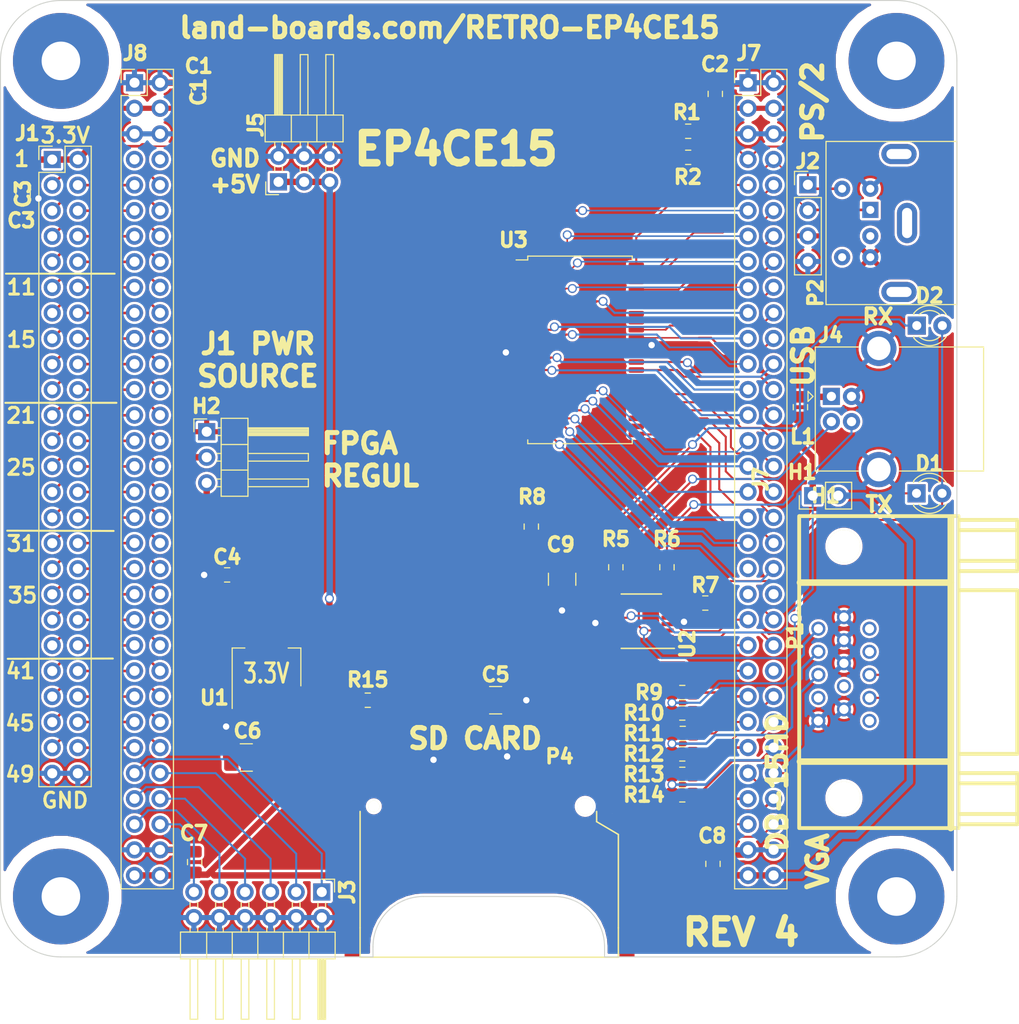
<source format=kicad_pcb>
(kicad_pcb (version 20171130) (host pcbnew "(5.1.5)-3")
  (title_block (title RETRO-EP4CE15) (date 2020-03-07) (rev 3) (company land-boards.com))
  (layers (0 F.Cu signal) (31 B.Cu signal hide) (36 B.SilkS user) (37 F.SilkS user) (38 B.Mask user) (39 F.Mask user) (44 Edge.Cuts user))
  (net 0 "")
  (net 1 +5V)
  (net 2 GND)
  (net 3 +3V3)
  (net 4 "Net-(P1-Pad1)")
  (net 5 "Net-(P1-Pad2)")
  (net 6 "Net-(P1-Pad3)")
  (net 7 /BLUHI)
  (net 8 /BLULO)
  (net 9 /GRNHI)
  (net 10 /GRNLO)
  (net 11 /REDHI)
  (net 12 /REDLO)
  (net 13 /MOSI)
  (net 14 /SDCS)
  (net 15 /SCLK)
  (net 16 /MISO)
  (net 17 /UP)
  (net 18 /UM)
  (net 19 /DM)
  (net 20 /DP)
  (net 21 /PS2DAT)
  (net 22 /PS2CLK)
  (net 23 VDD)
  (net 24 /VBUS)
  (net 25 /RX)
  (net 26 /TX)
  (net 27 /R1)
  (net 28 /T1)
  (net 29 /UCTS)
  (net 30 /URTS)
  (net 31 /URX)
  (net 32 /UTX)
  (net 33 +3.3VP)
  (net 34 /IO_AB14)
  (net 35 /IO_AA14)
  (net 36 /IO_AB15)
  (net 37 /IO_AA15)
  (net 38 /IO_AB16)
  (net 39 /IO_AA16)
  (net 40 /IO_AB17)
  (net 41 /IO_AA17)
  (net 42 /IO_AB18)
  (net 43 /IO_AA18)
  (net 44 /IO_AB19)
  (net 45 /IO_AA19)
  (net 46 /IO_AB20)
  (net 47 /IO_AA20)
  (net 48 /IO_Y21)
  (net 49 /IO_Y22)
  (net 50 /IO_W21)
  (net 51 /IO_W22)
  (net 52 /IO_V21)
  (net 53 /IO_V22)
  (net 54 /IO_U21)
  (net 55 /IO_U22)
  (net 56 /IO_R21)
  (net 57 /IO_R22)
  (net 58 /IO_P21)
  (net 59 /IO_P22)
  (net 60 /IO_N21)
  (net 61 /IO_M21)
  (net 62 /IO_M22)
  (net 63 /IO_L21)
  (net 64 /IO_L22)
  (net 65 /IO_K21)
  (net 66 /IO_K22)
  (net 67 /IO_J21)
  (net 68 /IO_J22)
  (net 69 /IO_H21)
  (net 70 /IO_H22)
  (net 71 /IO_F21)
  (net 72 /IO_F22)
  (net 73 /IO_E21)
  (net 74 /IO_E22)
  (net 75 /IO_D21)
  (net 76 /IO_D22)
  (net 77 /IO_C21)
  (net 78 /IO_C22)
  (net 79 /VSYNC)
  (net 80 /HSYNC)
  (net 81 /SRAMA15)
  (net 82 /SRAMA14)
  (net 83 /SRAMA16)
  (net 84 /SRAMA13)
  (net 85 /SRAMA17)
  (net 86 /SRAMA12)
  (net 87 /SRAMA18)
  (net 88 /SRAMA11)
  (net 89 /SRAMA19)
  (net 90 /SRAMA10)
  (net 91 /SRAMD3)
  (net 92 /SRAMD4)
  (net 93 /SRAMD2)
  (net 94 /SRAMD5)
  (net 95 /SRAMD1)
  (net 96 /SRAMD6)
  (net 97 /SRAMD0)
  (net 98 /SRAMD7)
  (net 99 /~SRAMCS)
  (net 100 /SRAMA8)
  (net 101 /SRAMA0)
  (net 102 /~SRAMOE)
  (net 103 /SRAMA1)
  (net 104 /SRAMA7)
  (net 105 /SRAMA2)
  (net 106 /SRAMA6)
  (net 107 /SRAMA3)
  (net 108 /SRAMA5)
  (net 109 /SRAMA4)
  (net 110 /~SRAMWE)
  (net 111 /SRAMA9)
  (net 112 /J8P60)
  (net 113 /J8P59)
  (net 114 /J8P58)
  (net 115 /J8P57)
  (net 116 /J8P56)
  (net 117 /J8P55)
  (net 118 /CARDET)
  (net 119 "Net-(J4-Pad1)")
  (net 120 /VCCIO)
  (net 121 /IO_N22)
  (module Connector_USB:USB_B_OST_USB-B1HSxx_Horizontal (layer F.Cu) (at 92.5322 49.3268)
    (fp_text reference J4 (at -0.0762 -6.096) (layer F.SilkS) (effects (font (size 1.397 1.397) (thickness 0.381))))
    (fp_text value USB_B)
    (pad 1 thru_hole rect (at 0 0) (size 1.7 1.7) (drill 0.92) (layers *.Cu *.Mask) (net 119 "Net-(J4-Pad1)"))
    (pad 2 thru_hole circle (at 0 2.5) (size 1.7 1.7) (drill 0.92) (layers *.Cu *.Mask) (net 19 /DM))
    (pad 3 thru_hole circle (at 2 2.5) (size 1.7 1.7) (drill 0.92) (layers *.Cu *.Mask) (net 20 /DP))
    (pad 4 thru_hole circle (at 2 0) (size 1.7 1.7) (drill 0.92) (layers *.Cu *.Mask) (net 2 GND))
    (pad 5 thru_hole circle (at 4.71 -4.77) (size 3.5 3.5) (drill 2.33) (layers *.Cu *.Mask) (net 2 GND))
    (pad 5 thru_hole circle (at 4.71 7.27) (size 3.5 3.5) (drill 2.33) (layers *.Cu *.Mask) (net 2 GND))
  )
  (module Resistor_SMD:R_0805_2012Metric_Pad1.15x1.40mm_HandSolder (layer F.Cu) (at 62.7253 62.2554 90)
    (fp_text reference R8 (at 2.9591 0.0762) (layer F.SilkS) (effects (font (size 1.397 1.397) (thickness 0.381))))
    (fp_text value 330)
    (pad 2 smd roundrect (at 1.025 0 90) (size 1.15 1.4) (layers F.Cu F.Paste F.Mask) (roundrect_rratio 0.217391) (net 25 /RX))
    (pad 1 smd roundrect (at -1.025 0 90) (size 1.15 1.4) (layers F.Cu F.Paste F.Mask) (roundrect_rratio 0.217391) (net 27 /R1))
  )
  (module Resistor_SMD:R_0805_2012Metric_Pad1.15x1.40mm_HandSolder (layer F.Cu) (at 80.01 69.85)
    (fp_text reference R7 (at 0 -1.778) (layer F.SilkS) (effects (font (size 1.397 1.397) (thickness 0.381))))
    (fp_text value 330)
    (pad 1 smd roundrect (at -1.025 0) (size 1.15 1.4) (layers F.Cu F.Paste F.Mask) (roundrect_rratio 0.217391) (net 28 /T1))
    (pad 2 smd roundrect (at 1.025 0) (size 1.15 1.4) (layers F.Cu F.Paste F.Mask) (roundrect_rratio 0.217391) (net 26 /TX))
  )
  (module Resistor_SMD:R_0805_2012Metric_Pad1.15x1.40mm_HandSolder (layer F.Cu) (at 78.3082 25.5778 180)
    (fp_text reference R2 (at 0.0254 -1.9558) (layer F.SilkS) (effects (font (size 1.397 1.397) (thickness 0.381))))
    (fp_text value 10K)
    (pad 1 smd roundrect (at -1.025 0 180) (size 1.15 1.4) (layers F.Cu F.Paste F.Mask) (roundrect_rratio 0.217391) (net 21 /PS2DAT))
    (pad 2 smd roundrect (at 1.025 0 180) (size 1.15 1.4) (layers F.Cu F.Paste F.Mask) (roundrect_rratio 0.217391) (net 3 +3V3))
  )
  (module LED_THT:LED_D3.0mm (layer F.Cu) (at 101.0158 42.291)
    (fp_text reference D2 (at 1.27 -2.9718 180) (layer F.SilkS) (effects (font (size 1.397 1.397) (thickness 0.381))))
    (fp_text value "3MM LED")
    (pad 2 thru_hole circle (at 2.54 0) (size 1.8 1.8) (drill 0.9) (layers *.Cu *.Mask) (net 120 /VCCIO))
    (pad 1 thru_hole rect (at 0 0) (size 1.8 1.8) (drill 0.9) (layers *.Cu *.Mask) (net 25 /RX))
  )
  (module Connector_PinHeader_2.54mm:PinHeader_2x32_P2.54mm_Vertical (layer F.Cu) (at 84.25 18.166)
    (fp_text reference J7 (at 0.078 -2.926) (layer F.SilkS) (effects (font (size 1.397 1.397) (thickness 0.381))))
    (fp_text value Conn_02x32_Odd_Even)
    (fp_text user %R (at 1.27 39.37 90) (layer F.SilkS) (effects (font (size 1.397 1.397) (thickness 0.381))))
    (pad 64 thru_hole oval (at 2.54 78.74) (size 1.7 1.7) (drill 1) (layers *.Cu *.Mask) (net 1 +5V))
    (pad 63 thru_hole oval (at 0 78.74) (size 1.7 1.7) (drill 1) (layers *.Cu *.Mask) (net 1 +5V))
    (pad 62 thru_hole oval (at 2.54 76.2) (size 1.7 1.7) (drill 1) (layers *.Cu *.Mask) (net 2 GND))
    (pad 61 thru_hole oval (at 0 76.2) (size 1.7 1.7) (drill 1) (layers *.Cu *.Mask) (net 2 GND))
    (pad 60 thru_hole oval (at 2.54 73.66) (size 1.7 1.7) (drill 1) (layers *.Cu *.Mask) (net 16 /MISO))
    (pad 59 thru_hole oval (at 0 73.66) (size 1.7 1.7) (drill 1) (layers *.Cu *.Mask) (net 15 /SCLK))
    (pad 58 thru_hole oval (at 2.54 71.12) (size 1.7 1.7) (drill 1) (layers *.Cu *.Mask) (net 13 /MOSI))
    (pad 57 thru_hole oval (at 0 71.12) (size 1.7 1.7) (drill 1) (layers *.Cu *.Mask) (net 14 /SDCS))
    (pad 56 thru_hole oval (at 2.54 68.58) (size 1.7 1.7) (drill 1) (layers *.Cu *.Mask) (net 79 /VSYNC))
    (pad 55 thru_hole oval (at 0 68.58) (size 1.7 1.7) (drill 1) (layers *.Cu *.Mask) (net 80 /HSYNC))
    (pad 54 thru_hole oval (at 2.54 66.04) (size 1.7 1.7) (drill 1) (layers *.Cu *.Mask) (net 7 /BLUHI))
    (pad 53 thru_hole oval (at 0 66.04) (size 1.7 1.7) (drill 1) (layers *.Cu *.Mask) (net 8 /BLULO))
    (pad 52 thru_hole oval (at 2.54 63.5) (size 1.7 1.7) (drill 1) (layers *.Cu *.Mask) (net 9 /GRNHI))
    (pad 51 thru_hole oval (at 0 63.5) (size 1.7 1.7) (drill 1) (layers *.Cu *.Mask) (net 10 /GRNLO))
    (pad 50 thru_hole oval (at 2.54 60.96) (size 1.7 1.7) (drill 1) (layers *.Cu *.Mask) (net 11 /REDHI))
    (pad 49 thru_hole oval (at 0 60.96) (size 1.7 1.7) (drill 1) (layers *.Cu *.Mask) (net 12 /REDLO))
    (pad 48 thru_hole oval (at 2.54 58.42) (size 1.7 1.7) (drill 1) (layers *.Cu *.Mask))
    (pad 47 thru_hole oval (at 0 58.42) (size 1.7 1.7) (drill 1) (layers *.Cu *.Mask) (net 118 /CARDET))
    (pad 46 thru_hole oval (at 2.54 55.88) (size 1.7 1.7) (drill 1) (layers *.Cu *.Mask) (net 30 /URTS))
    (pad 45 thru_hole oval (at 0 55.88) (size 1.7 1.7) (drill 1) (layers *.Cu *.Mask) (net 32 /UTX))
    (pad 44 thru_hole oval (at 2.54 53.34) (size 1.7 1.7) (drill 1) (layers *.Cu *.Mask) (net 29 /UCTS))
    (pad 43 thru_hole oval (at 0 53.34) (size 1.7 1.7) (drill 1) (layers *.Cu *.Mask) (net 31 /URX))
    (pad 42 thru_hole oval (at 2.54 50.8) (size 1.7 1.7) (drill 1) (layers *.Cu *.Mask))
    (pad 41 thru_hole oval (at 0 50.8) (size 1.7 1.7) (drill 1) (layers *.Cu *.Mask))
    (pad 40 thru_hole oval (at 2.54 48.26) (size 1.7 1.7) (drill 1) (layers *.Cu *.Mask) (net 81 /SRAMA15))
    (pad 39 thru_hole oval (at 0 48.26) (size 1.7 1.7) (drill 1) (layers *.Cu *.Mask))
    (pad 38 thru_hole oval (at 2.54 45.72) (size 1.7 1.7) (drill 1) (layers *.Cu *.Mask) (net 82 /SRAMA14))
    (pad 37 thru_hole oval (at 0 45.72) (size 1.7 1.7) (drill 1) (layers *.Cu *.Mask) (net 83 /SRAMA16))
    (pad 36 thru_hole oval (at 2.54 43.18) (size 1.7 1.7) (drill 1) (layers *.Cu *.Mask) (net 84 /SRAMA13))
    (pad 35 thru_hole oval (at 0 43.18) (size 1.7 1.7) (drill 1) (layers *.Cu *.Mask) (net 85 /SRAMA17))
    (pad 34 thru_hole oval (at 2.54 40.64) (size 1.7 1.7) (drill 1) (layers *.Cu *.Mask) (net 86 /SRAMA12))
    (pad 33 thru_hole oval (at 0 40.64) (size 1.7 1.7) (drill 1) (layers *.Cu *.Mask) (net 87 /SRAMA18))
    (pad 32 thru_hole oval (at 2.54 38.1) (size 1.7 1.7) (drill 1) (layers *.Cu *.Mask) (net 88 /SRAMA11))
    (pad 31 thru_hole oval (at 0 38.1) (size 1.7 1.7) (drill 1) (layers *.Cu *.Mask) (net 89 /SRAMA19))
    (pad 30 thru_hole oval (at 2.54 35.56) (size 1.7 1.7) (drill 1) (layers *.Cu *.Mask) (net 90 /SRAMA10))
    (pad 29 thru_hole oval (at 0 35.56) (size 1.7 1.7) (drill 1) (layers *.Cu *.Mask) (net 110 /~SRAMWE))
    (pad 28 thru_hole oval (at 2.54 33.02) (size 1.7 1.7) (drill 1) (layers *.Cu *.Mask) (net 111 /SRAMA9))
    (pad 27 thru_hole oval (at 0 33.02) (size 1.7 1.7) (drill 1) (layers *.Cu *.Mask) (net 91 /SRAMD3))
    (pad 26 thru_hole oval (at 2.54 30.48) (size 1.7 1.7) (drill 1) (layers *.Cu *.Mask) (net 92 /SRAMD4))
    (pad 25 thru_hole oval (at 0 30.48) (size 1.7 1.7) (drill 1) (layers *.Cu *.Mask) (net 93 /SRAMD2))
    (pad 24 thru_hole oval (at 2.54 27.94) (size 1.7 1.7) (drill 1) (layers *.Cu *.Mask) (net 94 /SRAMD5))
    (pad 23 thru_hole oval (at 0 27.94) (size 1.7 1.7) (drill 1) (layers *.Cu *.Mask) (net 95 /SRAMD1))
    (pad 22 thru_hole oval (at 2.54 25.4) (size 1.7 1.7) (drill 1) (layers *.Cu *.Mask) (net 96 /SRAMD6))
    (pad 21 thru_hole oval (at 0 25.4) (size 1.7 1.7) (drill 1) (layers *.Cu *.Mask) (net 97 /SRAMD0))
    (pad 20 thru_hole oval (at 2.54 22.86) (size 1.7 1.7) (drill 1) (layers *.Cu *.Mask) (net 98 /SRAMD7))
    (pad 19 thru_hole oval (at 0 22.86) (size 1.7 1.7) (drill 1) (layers *.Cu *.Mask) (net 99 /~SRAMCS))
    (pad 18 thru_hole oval (at 2.54 20.32) (size 1.7 1.7) (drill 1) (layers *.Cu *.Mask) (net 100 /SRAMA8))
    (pad 17 thru_hole oval (at 0 20.32) (size 1.7 1.7) (drill 1) (layers *.Cu *.Mask) (net 101 /SRAMA0))
    (pad 16 thru_hole oval (at 2.54 17.78) (size 1.7 1.7) (drill 1) (layers *.Cu *.Mask) (net 102 /~SRAMOE))
    (pad 15 thru_hole oval (at 0 17.78) (size 1.7 1.7) (drill 1) (layers *.Cu *.Mask) (net 103 /SRAMA1))
    (pad 14 thru_hole oval (at 2.54 15.24) (size 1.7 1.7) (drill 1) (layers *.Cu *.Mask) (net 104 /SRAMA7))
    (pad 13 thru_hole oval (at 0 15.24) (size 1.7 1.7) (drill 1) (layers *.Cu *.Mask) (net 105 /SRAMA2))
    (pad 12 thru_hole oval (at 2.54 12.7) (size 1.7 1.7) (drill 1) (layers *.Cu *.Mask) (net 106 /SRAMA6))
    (pad 11 thru_hole oval (at 0 12.7) (size 1.7 1.7) (drill 1) (layers *.Cu *.Mask) (net 107 /SRAMA3))
    (pad 10 thru_hole oval (at 2.54 10.16) (size 1.7 1.7) (drill 1) (layers *.Cu *.Mask) (net 108 /SRAMA5))
    (pad 9 thru_hole oval (at 0 10.16) (size 1.7 1.7) (drill 1) (layers *.Cu *.Mask) (net 109 /SRAMA4))
    (pad 8 thru_hole oval (at 2.54 7.62) (size 1.7 1.7) (drill 1) (layers *.Cu *.Mask) (net 21 /PS2DAT))
    (pad 7 thru_hole oval (at 0 7.62) (size 1.7 1.7) (drill 1) (layers *.Cu *.Mask) (net 22 /PS2CLK))
    (pad 6 thru_hole oval (at 2.54 5.08) (size 1.7 1.7) (drill 1) (layers *.Cu *.Mask) (net 2 GND))
    (pad 5 thru_hole oval (at 0 5.08) (size 1.7 1.7) (drill 1) (layers *.Cu *.Mask) (net 2 GND))
    (pad 4 thru_hole oval (at 2.54 2.54) (size 1.7 1.7) (drill 1) (layers *.Cu *.Mask) (net 3 +3V3))
    (pad 3 thru_hole oval (at 0 2.54) (size 1.7 1.7) (drill 1) (layers *.Cu *.Mask) (net 3 +3V3))
    (pad 2 thru_hole oval (at 2.54 0) (size 1.7 1.7) (drill 1) (layers *.Cu *.Mask) (net 2 GND))
    (pad 1 thru_hole rect (at 0 0) (size 1.7 1.7) (drill 1) (layers *.Cu *.Mask) (net 2 GND))
  )
  (module Connector_PinHeader_2.54mm:PinHeader_2x32_P2.54mm_Vertical (layer F.Cu) (at 23.31 18.166)
    (fp_text reference J8 (at 0.058 -2.926) (layer F.SilkS) (effects (font (size 1.397 1.397) (thickness 0.381))))
    (fp_text value Conn_02x32_Odd_Even)
    (pad 64 thru_hole oval (at 2.54 78.74) (size 1.7 1.7) (drill 1) (layers *.Cu *.Mask) (net 1 +5V))
    (pad 63 thru_hole oval (at 0 78.74) (size 1.7 1.7) (drill 1) (layers *.Cu *.Mask) (net 1 +5V))
    (pad 62 thru_hole oval (at 2.54 76.2) (size 1.7 1.7) (drill 1) (layers *.Cu *.Mask) (net 2 GND))
    (pad 61 thru_hole oval (at 0 76.2) (size 1.7 1.7) (drill 1) (layers *.Cu *.Mask) (net 2 GND))
    (pad 60 thru_hole oval (at 2.54 73.66) (size 1.7 1.7) (drill 1) (layers *.Cu *.Mask) (net 112 /J8P60))
    (pad 59 thru_hole oval (at 0 73.66) (size 1.7 1.7) (drill 1) (layers *.Cu *.Mask) (net 113 /J8P59))
    (pad 58 thru_hole oval (at 2.54 71.12) (size 1.7 1.7) (drill 1) (layers *.Cu *.Mask) (net 114 /J8P58))
    (pad 57 thru_hole oval (at 0 71.12) (size 1.7 1.7) (drill 1) (layers *.Cu *.Mask) (net 115 /J8P57))
    (pad 56 thru_hole oval (at 2.54 68.58) (size 1.7 1.7) (drill 1) (layers *.Cu *.Mask) (net 116 /J8P56))
    (pad 55 thru_hole oval (at 0 68.58) (size 1.7 1.7) (drill 1) (layers *.Cu *.Mask) (net 117 /J8P55))
    (pad 54 thru_hole oval (at 2.54 66.04) (size 1.7 1.7) (drill 1) (layers *.Cu *.Mask) (net 77 /IO_C21))
    (pad 53 thru_hole oval (at 0 66.04) (size 1.7 1.7) (drill 1) (layers *.Cu *.Mask) (net 78 /IO_C22))
    (pad 52 thru_hole oval (at 2.54 63.5) (size 1.7 1.7) (drill 1) (layers *.Cu *.Mask) (net 75 /IO_D21))
    (pad 51 thru_hole oval (at 0 63.5) (size 1.7 1.7) (drill 1) (layers *.Cu *.Mask) (net 76 /IO_D22))
    (pad 50 thru_hole oval (at 2.54 60.96) (size 1.7 1.7) (drill 1) (layers *.Cu *.Mask) (net 73 /IO_E21))
    (pad 49 thru_hole oval (at 0 60.96) (size 1.7 1.7) (drill 1) (layers *.Cu *.Mask) (net 74 /IO_E22))
    (pad 48 thru_hole oval (at 2.54 58.42) (size 1.7 1.7) (drill 1) (layers *.Cu *.Mask) (net 71 /IO_F21))
    (pad 47 thru_hole oval (at 0 58.42) (size 1.7 1.7) (drill 1) (layers *.Cu *.Mask) (net 72 /IO_F22))
    (pad 46 thru_hole oval (at 2.54 55.88) (size 1.7 1.7) (drill 1) (layers *.Cu *.Mask) (net 69 /IO_H21))
    (pad 45 thru_hole oval (at 0 55.88) (size 1.7 1.7) (drill 1) (layers *.Cu *.Mask) (net 70 /IO_H22))
    (pad 44 thru_hole oval (at 2.54 53.34) (size 1.7 1.7) (drill 1) (layers *.Cu *.Mask) (net 67 /IO_J21))
    (pad 43 thru_hole oval (at 0 53.34) (size 1.7 1.7) (drill 1) (layers *.Cu *.Mask) (net 68 /IO_J22))
    (pad 42 thru_hole oval (at 2.54 50.8) (size 1.7 1.7) (drill 1) (layers *.Cu *.Mask) (net 65 /IO_K21))
    (pad 41 thru_hole oval (at 0 50.8) (size 1.7 1.7) (drill 1) (layers *.Cu *.Mask) (net 66 /IO_K22))
    (pad 40 thru_hole oval (at 2.54 48.26) (size 1.7 1.7) (drill 1) (layers *.Cu *.Mask) (net 63 /IO_L21))
    (pad 39 thru_hole oval (at 0 48.26) (size 1.7 1.7) (drill 1) (layers *.Cu *.Mask) (net 64 /IO_L22))
    (pad 38 thru_hole oval (at 2.54 45.72) (size 1.7 1.7) (drill 1) (layers *.Cu *.Mask) (net 61 /IO_M21))
    (pad 37 thru_hole oval (at 0 45.72) (size 1.7 1.7) (drill 1) (layers *.Cu *.Mask) (net 62 /IO_M22))
    (pad 36 thru_hole oval (at 2.54 43.18) (size 1.7 1.7) (drill 1) (layers *.Cu *.Mask) (net 60 /IO_N21))
    (pad 35 thru_hole oval (at 0 43.18) (size 1.7 1.7) (drill 1) (layers *.Cu *.Mask) (net 121 /IO_N22))
    (pad 34 thru_hole oval (at 2.54 40.64) (size 1.7 1.7) (drill 1) (layers *.Cu *.Mask) (net 58 /IO_P21))
    (pad 33 thru_hole oval (at 0 40.64) (size 1.7 1.7) (drill 1) (layers *.Cu *.Mask) (net 59 /IO_P22))
    (pad 32 thru_hole oval (at 2.54 38.1) (size 1.7 1.7) (drill 1) (layers *.Cu *.Mask) (net 56 /IO_R21))
    (pad 31 thru_hole oval (at 0 38.1) (size 1.7 1.7) (drill 1) (layers *.Cu *.Mask) (net 57 /IO_R22))
    (pad 30 thru_hole oval (at 2.54 35.56) (size 1.7 1.7) (drill 1) (layers *.Cu *.Mask) (net 54 /IO_U21))
    (pad 29 thru_hole oval (at 0 35.56) (size 1.7 1.7) (drill 1) (layers *.Cu *.Mask) (net 55 /IO_U22))
    (pad 28 thru_hole oval (at 2.54 33.02) (size 1.7 1.7) (drill 1) (layers *.Cu *.Mask) (net 52 /IO_V21))
    (pad 27 thru_hole oval (at 0 33.02) (size 1.7 1.7) (drill 1) (layers *.Cu *.Mask) (net 53 /IO_V22))
    (pad 26 thru_hole oval (at 2.54 30.48) (size 1.7 1.7) (drill 1) (layers *.Cu *.Mask) (net 50 /IO_W21))
    (pad 25 thru_hole oval (at 0 30.48) (size 1.7 1.7) (drill 1) (layers *.Cu *.Mask) (net 51 /IO_W22))
    (pad 24 thru_hole oval (at 2.54 27.94) (size 1.7 1.7) (drill 1) (layers *.Cu *.Mask) (net 48 /IO_Y21))
    (pad 23 thru_hole oval (at 0 27.94) (size 1.7 1.7) (drill 1) (layers *.Cu *.Mask) (net 49 /IO_Y22))
    (pad 22 thru_hole oval (at 2.54 25.4) (size 1.7 1.7) (drill 1) (layers *.Cu *.Mask) (net 46 /IO_AB20))
    (pad 21 thru_hole oval (at 0 25.4) (size 1.7 1.7) (drill 1) (layers *.Cu *.Mask) (net 47 /IO_AA20))
    (pad 20 thru_hole oval (at 2.54 22.86) (size 1.7 1.7) (drill 1) (layers *.Cu *.Mask) (net 44 /IO_AB19))
    (pad 19 thru_hole oval (at 0 22.86) (size 1.7 1.7) (drill 1) (layers *.Cu *.Mask) (net 45 /IO_AA19))
    (pad 18 thru_hole oval (at 2.54 20.32) (size 1.7 1.7) (drill 1) (layers *.Cu *.Mask) (net 42 /IO_AB18))
    (pad 17 thru_hole oval (at 0 20.32) (size 1.7 1.7) (drill 1) (layers *.Cu *.Mask) (net 43 /IO_AA18))
    (pad 16 thru_hole oval (at 2.54 17.78) (size 1.7 1.7) (drill 1) (layers *.Cu *.Mask) (net 40 /IO_AB17))
    (pad 15 thru_hole oval (at 0 17.78) (size 1.7 1.7) (drill 1) (layers *.Cu *.Mask) (net 41 /IO_AA17))
    (pad 14 thru_hole oval (at 2.54 15.24) (size 1.7 1.7) (drill 1) (layers *.Cu *.Mask) (net 38 /IO_AB16))
    (pad 13 thru_hole oval (at 0 15.24) (size 1.7 1.7) (drill 1) (layers *.Cu *.Mask) (net 39 /IO_AA16))
    (pad 12 thru_hole oval (at 2.54 12.7) (size 1.7 1.7) (drill 1) (layers *.Cu *.Mask) (net 36 /IO_AB15))
    (pad 11 thru_hole oval (at 0 12.7) (size 1.7 1.7) (drill 1) (layers *.Cu *.Mask) (net 37 /IO_AA15))
    (pad 10 thru_hole oval (at 2.54 10.16) (size 1.7 1.7) (drill 1) (layers *.Cu *.Mask) (net 34 /IO_AB14))
    (pad 9 thru_hole oval (at 0 10.16) (size 1.7 1.7) (drill 1) (layers *.Cu *.Mask) (net 35 /IO_AA14))
    (pad 8 thru_hole oval (at 2.54 7.62) (size 1.7 1.7) (drill 1) (layers *.Cu *.Mask))
    (pad 7 thru_hole oval (at 0 7.62) (size 1.7 1.7) (drill 1) (layers *.Cu *.Mask))
    (pad 6 thru_hole oval (at 2.54 5.08) (size 1.7 1.7) (drill 1) (layers *.Cu *.Mask) (net 2 GND))
    (pad 5 thru_hole oval (at 0 5.08) (size 1.7 1.7) (drill 1) (layers *.Cu *.Mask) (net 2 GND))
    (pad 4 thru_hole oval (at 2.54 2.54) (size 1.7 1.7) (drill 1) (layers *.Cu *.Mask) (net 3 +3V3))
    (pad 3 thru_hole oval (at 0 2.54) (size 1.7 1.7) (drill 1) (layers *.Cu *.Mask) (net 3 +3V3))
    (pad 2 thru_hole oval (at 2.54 0) (size 1.7 1.7) (drill 1) (layers *.Cu *.Mask) (net 2 GND))
    (pad 1 thru_hole rect (at 0 0) (size 1.7 1.7) (drill 1) (layers *.Cu *.Mask) (net 2 GND))
  )
  (module Resistor_SMD:R_0805_2012Metric_Pad1.15x1.40mm_HandSolder (layer F.Cu) (at 78.3082 22.987 180)
    (fp_text reference R1 (at 0.127 1.8796) (layer F.SilkS) (effects (font (size 1.397 1.397) (thickness 0.381))))
    (fp_text value 10K)
    (pad 2 smd roundrect (at 1.025 0 180) (size 1.15 1.4) (layers F.Cu F.Paste F.Mask) (roundrect_rratio 0.217391) (net 3 +3V3))
    (pad 1 smd roundrect (at -1.025 0 180) (size 1.15 1.4) (layers F.Cu F.Paste F.Mask) (roundrect_rratio 0.217391) (net 22 /PS2CLK))
  )
  (module LandBoards_Conns:Connector_Mini-DIN_Female_6Pin_2rows (layer F.Cu) (at 96.4 30.8 90)
    (fp_text reference P2 (at -8.24 -5.44 90) (layer F.SilkS) (effects (font (size 1.397 1.397) (thickness 0.381))))
    (fp_text value CONN_6)
    (pad 7 thru_hole oval (at -8.15 2.85 90) (size 2 3.5) (drill oval 1 2.5) (layers *.Cu *.Mask))
    (pad 7 thru_hole oval (at 5.55 2.85 90) (size 2 3.5) (drill oval 1 2.5) (layers *.Cu *.Mask))
    (pad 1 thru_hole rect (at 0 0 90) (size 1.6 1.6) (drill 0.8) (layers *.Cu *.Mask) (net 21 /PS2DAT))
    (pad 2 thru_hole circle (at -2.6 0 90) (size 1.6 1.6) (drill 0.8) (layers *.Cu *.Mask))
    (pad 3 thru_hole circle (at 2.1 0 90) (size 1.6 1.6) (drill 0.8) (layers *.Cu *.Mask) (net 2 GND))
    (pad 4 thru_hole circle (at -4.7 0 90) (size 1.6 1.6) (drill 0.8) (layers *.Cu *.Mask) (net 3 +3V3))
    (pad 5 thru_hole circle (at 2.1 -2.8 90) (size 1.6 1.6) (drill 0.8) (layers *.Cu *.Mask) (net 22 /PS2CLK))
    (pad 6 thru_hole circle (at -4.7 -2.8 90) (size 1.6 1.6) (drill 0.8) (layers *.Cu *.Mask))
    (pad 7 thru_hole oval (at -1.3 3.65 90) (size 4 2) (drill oval 3 1) (layers *.Cu *.Mask))
  )
  (module LandBoards_MountHoles:MTG-6-32 (layer F.Cu) (at 16 16)
    (fp_text reference MTG1 hide)
    (fp_text value MTG_HOLE hide)
    (pad 1 thru_hole circle (at 0 0) (size 9.525 9.525) (drill 3.8354) (layers *.Cu *.Mask) (clearance 1.27))
  )
  (module LandBoards_MountHoles:MTG-6-32 (layer F.Cu) (at 99 16)
    (fp_text reference MTG2 hide)
    (fp_text value MTG_HOLE hide)
    (pad 1 thru_hole circle (at 0 0) (size 9.525 9.525) (drill 3.8354) (layers *.Cu *.Mask) (clearance 1.27))
  )
  (module LandBoards_MountHoles:MTG-6-32 (layer F.Cu) (at 16 99)
    (fp_text reference MTG3 hide)
    (fp_text value MTG_HOLE hide)
    (pad 1 thru_hole circle (at 0 0) (size 9.525 9.525) (drill 3.8354) (layers *.Cu *.Mask) (clearance 1.27))
  )
  (module LandBoards_MountHoles:MTG-6-32 (layer F.Cu) (at 99 99)
    (fp_text reference MTG?1 hide)
    (fp_text value MTG_HOLE hide)
    (pad 1 thru_hole circle (at 0 0) (size 9.525 9.525) (drill 3.8354) (layers *.Cu *.Mask) (clearance 1.27))
  )
  (module TO_SOT_Packages_SMD:SOT-223 (layer F.Cu) (at 36.4236 76.2254 90)
    (fp_text reference U1 (at -3.0226 -5.1816 -180) (layer F.SilkS) (effects (font (size 1.397 1.397) (thickness 0.381))))
    (fp_text value AP1117 hide)
    (pad 4 smd rect (at 3.15 0 90) (size 2 3.8) (layers F.Cu F.Mask) (net 33 +3.3VP))
    (pad 2 smd rect (at -3.15 0 90) (size 2 1.5) (layers F.Cu F.Mask) (net 33 +3.3VP))
    (pad 3 smd rect (at -3.15 2.3 90) (size 2 1.5) (layers F.Cu F.Mask) (net 1 +5V))
    (pad 1 smd rect (at -3.15 -2.3 90) (size 2 1.5) (layers F.Cu F.Mask) (net 2 GND))
  )
  (module Resistor_SMD:R_0805_2012Metric_Pad1.15x1.40mm_HandSolder (layer F.Cu) (at 77.724 78.74)
    (fp_text reference R9 (at -3.302 0) (layer F.SilkS) (effects (font (size 1.397 1.397) (thickness 0.381))))
    (fp_text value 845)
    (pad 2 smd roundrect (at 1.025 0) (size 1.15 1.4) (layers F.Cu F.Paste F.Mask) (roundrect_rratio 0.217391) (net 12 /REDLO))
    (pad 1 smd roundrect (at -1.025 0) (size 1.15 1.4) (layers F.Cu F.Paste F.Mask) (roundrect_rratio 0.217391) (net 4 "Net-(P1-Pad1)"))
  )
  (module Resistor_SMD:R_0805_2012Metric_Pad1.15x1.40mm_HandSolder (layer F.Cu) (at 77.724 80.772)
    (fp_text reference R10 (at -3.81 0) (layer F.SilkS) (effects (font (size 1.397 1.397) (thickness 0.381))))
    (fp_text value 422)
    (pad 1 smd roundrect (at -1.025 0) (size 1.15 1.4) (layers F.Cu F.Paste F.Mask) (roundrect_rratio 0.217391) (net 4 "Net-(P1-Pad1)"))
    (pad 2 smd roundrect (at 1.025 0) (size 1.15 1.4) (layers F.Cu F.Paste F.Mask) (roundrect_rratio 0.217391) (net 11 /REDHI))
  )
  (module Resistor_SMD:R_0805_2012Metric_Pad1.15x1.40mm_HandSolder (layer F.Cu) (at 77.7698 82.804)
    (fp_text reference R11 (at -3.8558 0) (layer F.SilkS) (effects (font (size 1.397 1.397) (thickness 0.381))))
    (fp_text value 845)
    (pad 2 smd roundrect (at 1.025 0) (size 1.15 1.4) (layers F.Cu F.Paste F.Mask) (roundrect_rratio 0.217391) (net 10 /GRNLO))
    (pad 1 smd roundrect (at -1.025 0) (size 1.15 1.4) (layers F.Cu F.Paste F.Mask) (roundrect_rratio 0.217391) (net 5 "Net-(P1-Pad2)"))
  )
  (module Resistor_SMD:R_0805_2012Metric_Pad1.15x1.40mm_HandSolder (layer F.Cu) (at 77.724 84.836)
    (fp_text reference R12 (at -3.81 0) (layer F.SilkS) (effects (font (size 1.397 1.397) (thickness 0.381))))
    (fp_text value 422)
    (pad 1 smd roundrect (at -1.025 0) (size 1.15 1.4) (layers F.Cu F.Paste F.Mask) (roundrect_rratio 0.217391) (net 5 "Net-(P1-Pad2)"))
    (pad 2 smd roundrect (at 1.025 0) (size 1.15 1.4) (layers F.Cu F.Paste F.Mask) (roundrect_rratio 0.217391) (net 9 /GRNHI))
  )
  (module Resistor_SMD:R_0805_2012Metric_Pad1.15x1.40mm_HandSolder (layer F.Cu) (at 77.724 86.868)
    (fp_text reference R13 (at -3.81 0) (layer F.SilkS) (effects (font (size 1.397 1.397) (thickness 0.381))))
    (fp_text value 845)
    (pad 2 smd roundrect (at 1.025 0) (size 1.15 1.4) (layers F.Cu F.Paste F.Mask) (roundrect_rratio 0.217391) (net 8 /BLULO))
    (pad 1 smd roundrect (at -1.025 0) (size 1.15 1.4) (layers F.Cu F.Paste F.Mask) (roundrect_rratio 0.217391) (net 6 "Net-(P1-Pad3)"))
  )
  (module Resistor_SMD:R_0805_2012Metric_Pad1.15x1.40mm_HandSolder (layer F.Cu) (at 77.724 88.9)
    (fp_text reference R14 (at -3.81 0) (layer F.SilkS) (effects (font (size 1.397 1.397) (thickness 0.381))))
    (fp_text value 422)
    (pad 1 smd roundrect (at -1.025 0) (size 1.15 1.4) (layers F.Cu F.Paste F.Mask) (roundrect_rratio 0.217391) (net 6 "Net-(P1-Pad3)"))
    (pad 2 smd roundrect (at 1.025 0) (size 1.15 1.4) (layers F.Cu F.Paste F.Mask) (roundrect_rratio 0.217391) (net 7 /BLUHI))
  )
  (module Pin_Headers:Pin_Header_Straight_1x02_Pitch2.54mm (layer F.Cu) (at 90.678 59.182 90)
    (fp_text reference H1 (at 2.3368 -1.0414 180) (layer F.SilkS) (effects (font (size 1.397 1.397) (thickness 0.381))))
    (fp_text value Conn_01x02)
    (fp_text user %R (at 0 1.27 -180) (layer F.SilkS) (effects (font (size 1.397 1.397) (thickness 0.381))))
    (pad 2 thru_hole oval (at 0 2.54 90) (size 1.7 1.7) (drill 1) (layers *.Cu *.Mask) (net 1 +5V))
    (pad 1 thru_hole rect (at 0 0 90) (size 1.7 1.7) (drill 1) (layers *.Cu *.Mask) (net 24 /VBUS))
  )
  (module Pin_Headers:Pin_Header_Straight_1x04_Pitch2.54mm (layer F.Cu) (at 90.2 28.3)
    (fp_text reference J2 (at 0 -2.33) (layer F.SilkS) (effects (font (size 1.397 1.397) (thickness 0.381))))
    (fp_text value Conn_01x04)
    (pad 4 thru_hole oval (at 0 7.62) (size 1.7 1.7) (drill 1) (layers *.Cu *.Mask) (net 2 GND))
    (pad 3 thru_hole oval (at 0 5.08) (size 1.7 1.7) (drill 1) (layers *.Cu *.Mask) (net 3 +3V3))
    (pad 2 thru_hole oval (at 0 2.54) (size 1.7 1.7) (drill 1) (layers *.Cu *.Mask) (net 21 /PS2DAT))
    (pad 1 thru_hole rect (at 0 0) (size 1.7 1.7) (drill 1) (layers *.Cu *.Mask) (net 22 /PS2CLK))
  )
  (module Resistor_SMD:R_0805_2012Metric_Pad1.15x1.40mm_HandSolder (layer F.Cu) (at 71.12 66.294 270)
    (fp_text reference R5 (at -2.794 0) (layer F.SilkS) (effects (font (size 1.397 1.397) (thickness 0.381))))
    (fp_text value 22)
    (pad 1 smd roundrect (at -1.025 0 270) (size 1.15 1.4) (layers F.Cu F.Paste F.Mask) (roundrect_rratio 0.217391) (net 19 /DM))
    (pad 2 smd roundrect (at 1.025 0 270) (size 1.15 1.4) (layers F.Cu F.Paste F.Mask) (roundrect_rratio 0.217391) (net 18 /UM))
  )
  (module Resistor_SMD:R_0805_2012Metric_Pad1.15x1.40mm_HandSolder (layer F.Cu) (at 76.2 66.294 270)
    (fp_text reference R6 (at -2.794 0) (layer F.SilkS) (effects (font (size 1.397 1.397) (thickness 0.381))))
    (fp_text value 22)
    (pad 2 smd roundrect (at 1.025 0 270) (size 1.15 1.4) (layers F.Cu F.Paste F.Mask) (roundrect_rratio 0.217391) (net 17 /UP))
    (pad 1 smd roundrect (at -1.025 0 270) (size 1.15 1.4) (layers F.Cu F.Paste F.Mask) (roundrect_rratio 0.217391) (net 20 /DP))
  )
  (module Package_SO:SSOP-16_3.9x4.9mm_P0.635mm (layer F.Cu) (at 73.66 71.628 180)
    (fp_text reference U2 (at -4.572 -2.286 270) (layer F.SilkS) (effects (font (size 1.397 1.397) (thickness 0.381))))
    (fp_text value FT230XS)
    (pad 1 smd rect (at -2.6 -2.2225 180) (size 1.2 0.4) (layers F.Cu F.Paste F.Mask) (net 32 /UTX))
    (pad 2 smd rect (at -2.6 -1.5875 180) (size 1.2 0.4) (layers F.Cu F.Paste F.Mask) (net 30 /URTS))
    (pad 3 smd rect (at -2.6 -0.9525 180) (size 1.2 0.4) (layers F.Cu F.Paste F.Mask) (net 120 /VCCIO))
    (pad 4 smd rect (at -2.6 -0.3175 180) (size 1.2 0.4) (layers F.Cu F.Paste F.Mask) (net 31 /URX))
    (pad 5 smd rect (at -2.6 0.3175 180) (size 1.2 0.4) (layers F.Cu F.Paste F.Mask) (net 2 GND))
    (pad 6 smd rect (at -2.6 0.9525 180) (size 1.2 0.4) (layers F.Cu F.Paste F.Mask) (net 29 /UCTS))
    (pad 7 smd rect (at -2.6 1.5875 180) (size 1.2 0.4) (layers F.Cu F.Paste F.Mask) (net 28 /T1))
    (pad 8 smd rect (at -2.6 2.2225 180) (size 1.2 0.4) (layers F.Cu F.Paste F.Mask) (net 17 /UP))
    (pad 9 smd rect (at 2.6 2.2225 180) (size 1.2 0.4) (layers F.Cu F.Paste F.Mask) (net 18 /UM))
    (pad 10 smd rect (at 2.6 1.5875 180) (size 1.2 0.4) (layers F.Cu F.Paste F.Mask) (net 120 /VCCIO))
    (pad 11 smd rect (at 2.6 0.9525 180) (size 1.2 0.4) (layers F.Cu F.Paste F.Mask))
    (pad 12 smd rect (at 2.6 0.3175 180) (size 1.2 0.4) (layers F.Cu F.Paste F.Mask) (net 24 /VBUS))
    (pad 13 smd rect (at 2.6 -0.3175 180) (size 1.2 0.4) (layers F.Cu F.Paste F.Mask) (net 2 GND))
    (pad 14 smd rect (at 2.6 -0.9525 180) (size 1.2 0.4) (layers F.Cu F.Paste F.Mask) (net 27 /R1))
    (pad 15 smd rect (at 2.6 -1.5875 180) (size 1.2 0.4) (layers F.Cu F.Paste F.Mask))
    (pad 16 smd rect (at 2.6 -2.2225 180) (size 1.2 0.4) (layers F.Cu F.Paste F.Mask))
  )
  (module Connector_PinHeader_2.54mm:PinHeader_2x25_P2.54mm_Vertical (layer F.Cu) (at 15.14 25.8)
    (fp_text reference J1 (at -2.4654 -2.6098) (layer F.SilkS) (effects (font (size 1.397 1.397) (thickness 0.381))))
    (fp_text value Conn_02x25_Odd_Even)
    (pad 1 thru_hole rect (at 0 0) (size 1.7 1.7) (drill 1) (layers *.Cu *.Mask) (net 23 VDD))
    (pad 2 thru_hole oval (at 2.54 0) (size 1.7 1.7) (drill 1) (layers *.Cu *.Mask) (net 23 VDD))
    (pad 3 thru_hole oval (at 0 2.54) (size 1.7 1.7) (drill 1) (layers *.Cu *.Mask) (net 34 /IO_AB14))
    (pad 4 thru_hole oval (at 2.54 2.54) (size 1.7 1.7) (drill 1) (layers *.Cu *.Mask) (net 35 /IO_AA14))
    (pad 5 thru_hole oval (at 0 5.08) (size 1.7 1.7) (drill 1) (layers *.Cu *.Mask) (net 36 /IO_AB15))
    (pad 6 thru_hole oval (at 2.54 5.08) (size 1.7 1.7) (drill 1) (layers *.Cu *.Mask) (net 37 /IO_AA15))
    (pad 7 thru_hole oval (at 0 7.62) (size 1.7 1.7) (drill 1) (layers *.Cu *.Mask) (net 38 /IO_AB16))
    (pad 8 thru_hole oval (at 2.54 7.62) (size 1.7 1.7) (drill 1) (layers *.Cu *.Mask) (net 39 /IO_AA16))
    (pad 9 thru_hole oval (at 0 10.16) (size 1.7 1.7) (drill 1) (layers *.Cu *.Mask) (net 40 /IO_AB17))
    (pad 10 thru_hole oval (at 2.54 10.16) (size 1.7 1.7) (drill 1) (layers *.Cu *.Mask) (net 41 /IO_AA17))
    (pad 11 thru_hole oval (at 0 12.7) (size 1.7 1.7) (drill 1) (layers *.Cu *.Mask) (net 42 /IO_AB18))
    (pad 12 thru_hole oval (at 2.54 12.7) (size 1.7 1.7) (drill 1) (layers *.Cu *.Mask) (net 43 /IO_AA18))
    (pad 13 thru_hole oval (at 0 15.24) (size 1.7 1.7) (drill 1) (layers *.Cu *.Mask) (net 44 /IO_AB19))
    (pad 14 thru_hole oval (at 2.54 15.24) (size 1.7 1.7) (drill 1) (layers *.Cu *.Mask) (net 45 /IO_AA19))
    (pad 15 thru_hole oval (at 0 17.78) (size 1.7 1.7) (drill 1) (layers *.Cu *.Mask) (net 46 /IO_AB20))
    (pad 16 thru_hole oval (at 2.54 17.78) (size 1.7 1.7) (drill 1) (layers *.Cu *.Mask) (net 47 /IO_AA20))
    (pad 17 thru_hole oval (at 0 20.32) (size 1.7 1.7) (drill 1) (layers *.Cu *.Mask) (net 48 /IO_Y21))
    (pad 18 thru_hole oval (at 2.54 20.32) (size 1.7 1.7) (drill 1) (layers *.Cu *.Mask) (net 49 /IO_Y22))
    (pad 19 thru_hole oval (at 0 22.86) (size 1.7 1.7) (drill 1) (layers *.Cu *.Mask) (net 50 /IO_W21))
    (pad 20 thru_hole oval (at 2.54 22.86) (size 1.7 1.7) (drill 1) (layers *.Cu *.Mask) (net 51 /IO_W22))
    (pad 21 thru_hole oval (at 0 25.4) (size 1.7 1.7) (drill 1) (layers *.Cu *.Mask) (net 52 /IO_V21))
    (pad 22 thru_hole oval (at 2.54 25.4) (size 1.7 1.7) (drill 1) (layers *.Cu *.Mask) (net 53 /IO_V22))
    (pad 23 thru_hole oval (at 0 27.94) (size 1.7 1.7) (drill 1) (layers *.Cu *.Mask) (net 54 /IO_U21))
    (pad 24 thru_hole oval (at 2.54 27.94) (size 1.7 1.7) (drill 1) (layers *.Cu *.Mask) (net 55 /IO_U22))
    (pad 25 thru_hole oval (at 0 30.48) (size 1.7 1.7) (drill 1) (layers *.Cu *.Mask) (net 56 /IO_R21))
    (pad 26 thru_hole oval (at 2.54 30.48) (size 1.7 1.7) (drill 1) (layers *.Cu *.Mask) (net 57 /IO_R22))
    (pad 27 thru_hole oval (at 0 33.02) (size 1.7 1.7) (drill 1) (layers *.Cu *.Mask) (net 58 /IO_P21))
    (pad 28 thru_hole oval (at 2.54 33.02) (size 1.7 1.7) (drill 1) (layers *.Cu *.Mask) (net 59 /IO_P22))
    (pad 29 thru_hole oval (at 0 35.56) (size 1.7 1.7) (drill 1) (layers *.Cu *.Mask) (net 60 /IO_N21))
    (pad 30 thru_hole oval (at 2.54 35.56) (size 1.7 1.7) (drill 1) (layers *.Cu *.Mask) (net 121 /IO_N22))
    (pad 31 thru_hole oval (at 0 38.1) (size 1.7 1.7) (drill 1) (layers *.Cu *.Mask) (net 61 /IO_M21))
    (pad 32 thru_hole oval (at 2.54 38.1) (size 1.7 1.7) (drill 1) (layers *.Cu *.Mask) (net 62 /IO_M22))
    (pad 33 thru_hole oval (at 0 40.64) (size 1.7 1.7) (drill 1) (layers *.Cu *.Mask) (net 63 /IO_L21))
    (pad 34 thru_hole oval (at 2.54 40.64) (size 1.7 1.7) (drill 1) (layers *.Cu *.Mask) (net 64 /IO_L22))
    (pad 35 thru_hole oval (at 0 43.18) (size 1.7 1.7) (drill 1) (layers *.Cu *.Mask) (net 65 /IO_K21))
    (pad 36 thru_hole oval (at 2.54 43.18) (size 1.7 1.7) (drill 1) (layers *.Cu *.Mask) (net 66 /IO_K22))
    (pad 37 thru_hole oval (at 0 45.72) (size 1.7 1.7) (drill 1) (layers *.Cu *.Mask) (net 67 /IO_J21))
    (pad 38 thru_hole oval (at 2.54 45.72) (size 1.7 1.7) (drill 1) (layers *.Cu *.Mask) (net 68 /IO_J22))
    (pad 39 thru_hole oval (at 0 48.26) (size 1.7 1.7) (drill 1) (layers *.Cu *.Mask) (net 69 /IO_H21))
    (pad 40 thru_hole oval (at 2.54 48.26) (size 1.7 1.7) (drill 1) (layers *.Cu *.Mask) (net 70 /IO_H22))
    (pad 41 thru_hole oval (at 0 50.8) (size 1.7 1.7) (drill 1) (layers *.Cu *.Mask) (net 71 /IO_F21))
    (pad 42 thru_hole oval (at 2.54 50.8) (size 1.7 1.7) (drill 1) (layers *.Cu *.Mask) (net 72 /IO_F22))
    (pad 43 thru_hole oval (at 0 53.34) (size 1.7 1.7) (drill 1) (layers *.Cu *.Mask) (net 73 /IO_E21))
    (pad 44 thru_hole oval (at 2.54 53.34) (size 1.7 1.7) (drill 1) (layers *.Cu *.Mask) (net 74 /IO_E22))
    (pad 45 thru_hole oval (at 0 55.88) (size 1.7 1.7) (drill 1) (layers *.Cu *.Mask) (net 75 /IO_D21))
    (pad 46 thru_hole oval (at 2.54 55.88) (size 1.7 1.7) (drill 1) (layers *.Cu *.Mask) (net 76 /IO_D22))
    (pad 47 thru_hole oval (at 0 58.42) (size 1.7 1.7) (drill 1) (layers *.Cu *.Mask) (net 77 /IO_C21))
    (pad 48 thru_hole oval (at 2.54 58.42) (size 1.7 1.7) (drill 1) (layers *.Cu *.Mask) (net 78 /IO_C22))
    (pad 49 thru_hole oval (at 0 60.96) (size 1.7 1.7) (drill 1) (layers *.Cu *.Mask) (net 2 GND))
    (pad 50 thru_hole oval (at 2.54 60.96) (size 1.7 1.7) (drill 1) (layers *.Cu *.Mask) (net 2 GND))
  )
  (module Capacitor_SMD:C_0805_2012Metric_Pad1.15x1.40mm_HandSolder (layer F.Cu) (at 29.2862 95.5802 90)
    (fp_text reference C7 (at 2.8702 -0.0762 180) (layer F.SilkS) (effects (font (size 1.397 1.397) (thickness 0.381))))
    (fp_text value 0.1uF)
    (pad 1 smd roundrect (at -1.025 0 90) (size 1.15 1.4) (layers F.Cu F.Paste F.Mask) (roundrect_rratio 0.217391) (net 1 +5V))
    (pad 2 smd roundrect (at 1.025 0 90) (size 1.15 1.4) (layers F.Cu F.Paste F.Mask) (roundrect_rratio 0.217391) (net 2 GND))
  )
  (module Capacitor_SMD:C_0805_2012Metric_Pad1.15x1.40mm_HandSolder (layer F.Cu) (at 80.772 95.758 90)
    (fp_text reference C8 (at 2.794 -0.0762 180) (layer F.SilkS) (effects (font (size 1.397 1.397) (thickness 0.381))))
    (fp_text value 0.1uF)
    (pad 1 smd roundrect (at -1.025 0 90) (size 1.15 1.4) (layers F.Cu F.Paste F.Mask) (roundrect_rratio 0.217391) (net 1 +5V))
    (pad 2 smd roundrect (at 1.025 0 90) (size 1.15 1.4) (layers F.Cu F.Paste F.Mask) (roundrect_rratio 0.217391) (net 2 GND))
  )
  (module Capacitor_SMD:C_0805_2012Metric_Pad1.15x1.40mm_HandSolder (layer F.Cu) (at 12.2428 29.21 270)
    (fp_text reference C3 (at 2.6416 0.1778) (layer F.SilkS) (effects (font (size 1.397 1.397) (thickness 0.381))))
    (fp_text value 0.1uF)
    (fp_text user %R (at 0 0 270) (layer F.SilkS) (effects (font (size 1.397 1.397) (thickness 0.381))))
    (pad 2 smd roundrect (at 1.025 0 270) (size 1.15 1.4) (layers F.Cu F.Paste F.Mask) (roundrect_rratio 0.217391) (net 2 GND))
    (pad 1 smd roundrect (at -1.025 0 270) (size 1.15 1.4) (layers F.Cu F.Paste F.Mask) (roundrect_rratio 0.217391) (net 23 VDD))
  )
  (module Capacitor_SMD:C_0805_2012Metric_Pad1.15x1.40mm_HandSolder (layer F.Cu) (at 81.0006 19.2786 90)
    (fp_text reference C2 (at 2.9464 -0.0254 180) (layer F.SilkS) (effects (font (size 1.397 1.397) (thickness 0.381))))
    (fp_text value 0.1uF)
    (pad 1 smd roundrect (at -1.025 0 90) (size 1.15 1.4) (layers F.Cu F.Paste F.Mask) (roundrect_rratio 0.217391) (net 3 +3V3))
    (pad 2 smd roundrect (at 1.025 0 90) (size 1.15 1.4) (layers F.Cu F.Paste F.Mask) (roundrect_rratio 0.217391) (net 2 GND))
  )
  (module Capacitor_SMD:C_0805_2012Metric_Pad1.15x1.40mm_HandSolder (layer F.Cu) (at 29.6672 19.0754 90)
    (fp_text reference C1 (at 2.5654 0.0254 180) (layer F.SilkS) (effects (font (size 1.397 1.397) (thickness 0.381))))
    (fp_text value 0.1uF)
    (fp_text user %R (at 0 0 90) (layer F.SilkS) (effects (font (size 1.397 1.397) (thickness 0.381))))
    (pad 2 smd roundrect (at 1.025 0 90) (size 1.15 1.4) (layers F.Cu F.Paste F.Mask) (roundrect_rratio 0.217391) (net 2 GND))
    (pad 1 smd roundrect (at -1.025 0 90) (size 1.15 1.4) (layers F.Cu F.Paste F.Mask) (roundrect_rratio 0.217391) (net 3 +3V3))
  )
  (module Inductor_SMD:L_0805_2012Metric_Pad1.15x1.40mm_HandSolder (layer F.Cu) (at 89.4588 50.3936 270)
    (fp_text reference L1 (at 2.921 -0.2286) (layer F.SilkS) (effects (font (size 1.397 1.397) (thickness 0.381))))
    (fp_text value " MI0805K601R-10")
    (pad 1 smd roundrect (at -1.025 0 270) (size 1.15 1.4) (layers F.Cu F.Paste F.Mask) (roundrect_rratio 0.217391) (net 119 "Net-(J4-Pad1)"))
    (pad 2 smd roundrect (at 1.025 0 270) (size 1.15 1.4) (layers F.Cu F.Paste F.Mask) (roundrect_rratio 0.217391) (net 24 /VBUS))
  )
  (module LandBoards_Conns:SD_CARD (layer F.Cu) (at 52.959 90.043)
    (fp_text reference P4 (at 12.573 -4.953) (layer F.SilkS) (effects (font (size 1.397 1.397) (thickness 0.381))))
    (fp_text value SD_Card-conn hide)
    (pad 11 smd rect (at -6.6 -2.8) (size 0.7 1.5) (layers F.Cu F.Mask))
    (pad 10 smd rect (at -5.46 -2.8) (size 0.7 1.5) (layers F.Cu F.Mask) (net 118 /CARDET))
    (pad "" np_thru_hole circle (at 15.12 0) (size 1.6 1.6) (drill 1.6) (layers *.Cu *.Mask F.SilkS))
    (pad 2 smd rect (at 10 -2.8) (size 1 1.5) (layers F.Cu F.Mask) (net 13 /MOSI))
    (pad 1 smd rect (at 12.5 -2.8) (size 1 1.5) (layers F.Cu F.Mask) (net 14 /SDCS))
    (pad 3 smd rect (at 7.5 -2.8) (size 1 1.5) (layers F.Cu F.Mask) (net 2 GND))
    (pad 4 smd rect (at 5 -2.8) (size 1 1.5) (layers F.Cu F.Mask) (net 3 +3V3))
    (pad 5 smd rect (at 2.5 -2.8) (size 1 1.5) (layers F.Cu F.Mask) (net 15 /SCLK))
    (pad 6 smd rect (at 0 -2.8) (size 1 1.5) (layers F.Cu F.Mask) (net 2 GND))
    (pad 7 smd rect (at -2.42 -2.8) (size 1 1.5) (layers F.Cu F.Mask) (net 16 /MISO))
    (pad 8 smd rect (at -4.12 -2.8) (size 1 1.5) (layers F.Cu F.Mask))
    (pad 9 smd rect (at 15 -2.8) (size 1 1.5) (layers F.Cu F.Mask))
    (pad 12 smd rect (at 17.07 -1) (size 1.5 2.8) (layers F.Cu F.Mask))
    (pad 13 smd rect (at -8.03 -1) (size 1.5 2.8) (layers F.Cu F.Mask))
    (pad 14 smd rect (at -8.03 13.5) (size 1.5 2.8) (layers F.Cu F.Mask))
    (pad 15 smd rect (at 19.27 13.5) (size 1.5 2.8) (layers F.Cu F.Mask))
    (pad "" np_thru_hole circle (at -5.88 0) (size 1.1 1.1) (drill 1.1) (layers *.Cu *.Mask F.SilkS))
  )
  (module Connector_PinHeader_2.54mm:PinHeader_1x03_P2.54mm_Horizontal (layer F.Cu) (at 30.48 52.832)
    (fp_text reference H2 (at -0.0254 -2.54) (layer F.SilkS) (effects (font (size 1.397 1.397) (thickness 0.381))))
    (fp_text value Conn_01x03)
    (pad 1 thru_hole rect (at 0 0) (size 1.7 1.7) (drill 1) (layers *.Cu *.Mask) (net 3 +3V3))
    (pad 2 thru_hole oval (at 0 2.54) (size 1.7 1.7) (drill 1) (layers *.Cu *.Mask) (net 23 VDD))
    (pad 3 thru_hole oval (at 0 5.08) (size 1.7 1.7) (drill 1) (layers *.Cu *.Mask) (net 33 +3.3VP))
  )
  (module Package_SO:TSOP-II-44_10.16x18.41mm_P0.8mm (layer F.Cu) (at 67.564 44.704)
    (fp_text reference U3 (at -6.604 -10.922) (layer F.SilkS) (effects (font (size 1.397 1.397) (thickness 0.381))))
    (fp_text value IS62WV10248EBLL-45TLI)
    (pad 1 smd roundrect (at -5.5875 -8.4) (size 1.525 0.55) (layers F.Cu F.Paste F.Mask) (net 109 /SRAMA4))
    (pad 2 smd roundrect (at -5.5875 -7.6) (size 1.525 0.55) (layers F.Cu F.Paste F.Mask) (net 107 /SRAMA3))
    (pad 3 smd roundrect (at -5.5875 -6.8) (size 1.525 0.55) (layers F.Cu F.Paste F.Mask) (net 105 /SRAMA2))
    (pad 4 smd roundrect (at -5.5875 -6) (size 1.525 0.55) (layers F.Cu F.Paste F.Mask) (net 103 /SRAMA1))
    (pad 5 smd roundrect (at -5.5875 -5.2) (size 1.525 0.55) (layers F.Cu F.Paste F.Mask) (net 101 /SRAMA0))
    (pad 6 smd roundrect (at -5.5875 -4.4) (size 1.525 0.55) (layers F.Cu F.Paste F.Mask) (net 99 /~SRAMCS))
    (pad 7 smd roundrect (at -5.5875 -3.6) (size 1.525 0.55) (layers F.Cu F.Paste F.Mask))
    (pad 8 smd roundrect (at -5.5875 -2.8) (size 1.525 0.55) (layers F.Cu F.Paste F.Mask))
    (pad 9 smd roundrect (at -5.5875 -2) (size 1.525 0.55) (layers F.Cu F.Paste F.Mask) (net 97 /SRAMD0))
    (pad 10 smd roundrect (at -5.5875 -1.2) (size 1.525 0.55) (layers F.Cu F.Paste F.Mask) (net 95 /SRAMD1))
    (pad 11 smd roundrect (at -5.5875 -0.4) (size 1.525 0.55) (layers F.Cu F.Paste F.Mask) (net 3 +3V3))
    (pad 12 smd roundrect (at -5.5875 0.4) (size 1.525 0.55) (layers F.Cu F.Paste F.Mask) (net 2 GND))
    (pad 13 smd roundrect (at -5.5875 1.2) (size 1.525 0.55) (layers F.Cu F.Paste F.Mask) (net 93 /SRAMD2))
    (pad 14 smd roundrect (at -5.5875 2) (size 1.525 0.55) (layers F.Cu F.Paste F.Mask) (net 91 /SRAMD3))
    (pad 15 smd roundrect (at -5.5875 2.8) (size 1.525 0.55) (layers F.Cu F.Paste F.Mask))
    (pad 16 smd roundrect (at -5.5875 3.6) (size 1.525 0.55) (layers F.Cu F.Paste F.Mask))
    (pad 17 smd roundrect (at -5.5875 4.4) (size 1.525 0.55) (layers F.Cu F.Paste F.Mask) (net 110 /~SRAMWE))
    (pad 18 smd roundrect (at -5.5875 5.2) (size 1.525 0.55) (layers F.Cu F.Paste F.Mask) (net 89 /SRAMA19))
    (pad 19 smd roundrect (at -5.5875 6) (size 1.525 0.55) (layers F.Cu F.Paste F.Mask) (net 87 /SRAMA18))
    (pad 20 smd roundrect (at -5.5875 6.8) (size 1.525 0.55) (layers F.Cu F.Paste F.Mask) (net 85 /SRAMA17))
    (pad 21 smd roundrect (at -5.5875 7.6) (size 1.525 0.55) (layers F.Cu F.Paste F.Mask) (net 83 /SRAMA16))
    (pad 22 smd roundrect (at -5.5875 8.4) (size 1.525 0.55) (layers F.Cu F.Paste F.Mask) (net 81 /SRAMA15))
    (pad 23 smd roundrect (at 5.5875 8.4) (size 1.525 0.55) (layers F.Cu F.Paste F.Mask) (net 82 /SRAMA14))
    (pad 24 smd roundrect (at 5.5875 7.6) (size 1.525 0.55) (layers F.Cu F.Paste F.Mask) (net 84 /SRAMA13))
    (pad 25 smd roundrect (at 5.5875 6.8) (size 1.525 0.55) (layers F.Cu F.Paste F.Mask) (net 86 /SRAMA12))
    (pad 26 smd roundrect (at 5.5875 6) (size 1.525 0.55) (layers F.Cu F.Paste F.Mask) (net 88 /SRAMA11))
    (pad 27 smd roundrect (at 5.5875 5.2) (size 1.525 0.55) (layers F.Cu F.Paste F.Mask) (net 90 /SRAMA10))
    (pad 28 smd roundrect (at 5.5875 4.4) (size 1.525 0.55) (layers F.Cu F.Paste F.Mask) (net 111 /SRAMA9))
    (pad 29 smd roundrect (at 5.5875 3.6) (size 1.525 0.55) (layers F.Cu F.Paste F.Mask))
    (pad 30 smd roundrect (at 5.5875 2.8) (size 1.525 0.55) (layers F.Cu F.Paste F.Mask))
    (pad 31 smd roundrect (at 5.5875 2) (size 1.525 0.55) (layers F.Cu F.Paste F.Mask) (net 92 /SRAMD4))
    (pad 32 smd roundrect (at 5.5875 1.2) (size 1.525 0.55) (layers F.Cu F.Paste F.Mask) (net 94 /SRAMD5))
    (pad 33 smd roundrect (at 5.5875 0.4) (size 1.525 0.55) (layers F.Cu F.Paste F.Mask) (net 3 +3V3))
    (pad 34 smd roundrect (at 5.5875 -0.4) (size 1.525 0.55) (layers F.Cu F.Paste F.Mask) (net 2 GND))
    (pad 35 smd roundrect (at 5.5875 -1.2) (size 1.525 0.55) (layers F.Cu F.Paste F.Mask) (net 96 /SRAMD6))
    (pad 36 smd roundrect (at 5.5875 -2) (size 1.525 0.55) (layers F.Cu F.Paste F.Mask) (net 98 /SRAMD7))
    (pad 37 smd roundrect (at 5.5875 -2.8) (size 1.525 0.55) (layers F.Cu F.Paste F.Mask))
    (pad 38 smd roundrect (at 5.5875 -3.6) (size 1.525 0.55) (layers F.Cu F.Paste F.Mask))
    (pad 39 smd roundrect (at 5.5875 -4.4) (size 1.525 0.55) (layers F.Cu F.Paste F.Mask) (net 100 /SRAMA8))
    (pad 40 smd roundrect (at 5.5875 -5.2) (size 1.525 0.55) (layers F.Cu F.Paste F.Mask) (net 3 +3V3))
    (pad 41 smd roundrect (at 5.5875 -6) (size 1.525 0.55) (layers F.Cu F.Paste F.Mask) (net 102 /~SRAMOE))
    (pad 42 smd roundrect (at 5.5875 -6.8) (size 1.525 0.55) (layers F.Cu F.Paste F.Mask) (net 104 /SRAMA7))
    (pad 43 smd roundrect (at 5.5875 -7.6) (size 1.525 0.55) (layers F.Cu F.Paste F.Mask) (net 106 /SRAMA6))
    (pad 44 smd roundrect (at 5.5875 -8.4) (size 1.525 0.55) (layers F.Cu F.Paste F.Mask) (net 108 /SRAMA5))
  )
  (module Capacitor_SMD:C_1210_3225Metric_Pad1.42x2.65mm_HandSolder (layer F.Cu) (at 59.182 79.502)
    (fp_text reference C5 (at 0 -2.54) (layer F.SilkS) (effects (font (size 1.397 1.397) (thickness 0.381))))
    (fp_text value 10uF)
    (pad 1 smd roundrect (at -1.4875 0) (size 1.425 2.65) (layers F.Cu F.Paste F.Mask) (roundrect_rratio 0.175439) (net 3 +3V3))
    (pad 2 smd roundrect (at 1.4875 0) (size 1.425 2.65) (layers F.Cu F.Paste F.Mask) (roundrect_rratio 0.175439) (net 2 GND))
  )
  (module Capacitor_SMD:C_0805_2012Metric_Pad1.15x1.40mm_HandSolder (layer F.Cu) (at 32.512 67.056 180)
    (fp_text reference C4 (at 0 1.778 180) (layer F.SilkS) (effects (font (size 1.397 1.397) (thickness 0.381))))
    (fp_text value 0.1uF)
    (pad 1 smd roundrect (at -1.025 0 180) (size 1.15 1.4) (layers F.Cu F.Paste F.Mask) (roundrect_rratio 0.217391) (net 33 +3.3VP))
    (pad 2 smd roundrect (at 1.025 0 180) (size 1.15 1.4) (layers F.Cu F.Paste F.Mask) (roundrect_rratio 0.217391) (net 2 GND))
  )
  (module Capacitor_SMD:C_1210_3225Metric_Pad1.42x2.65mm_HandSolder (layer F.Cu) (at 34.417 85.1916 180)
    (fp_text reference C6 (at -0.127 2.6416 180) (layer F.SilkS) (effects (font (size 1.397 1.397) (thickness 0.381))))
    (fp_text value 10uF)
    (pad 1 smd roundrect (at -1.4875 0 180) (size 1.425 2.65) (layers F.Cu F.Paste F.Mask) (roundrect_rratio 0.175439) (net 33 +3.3VP))
    (pad 2 smd roundrect (at 1.4875 0 180) (size 1.425 2.65) (layers F.Cu F.Paste F.Mask) (roundrect_rratio 0.175439) (net 2 GND))
  )
  (module Connector_PinHeader_2.54mm:PinHeader_2x06_P2.54mm_Horizontal (layer F.Cu) (at 41.91 98.552 270)
    (fp_text reference J3 (at 0 -2.54 270) (layer F.SilkS) (effects (font (size 1.397 1.397) (thickness 0.381))))
    (fp_text value Conn_02x06_Odd_Even)
    (pad 1 thru_hole rect (at 0 0 270) (size 1.7 1.7) (drill 1) (layers *.Cu *.Mask) (net 117 /J8P55))
    (pad 2 thru_hole oval (at 2.54 0 270) (size 1.7 1.7) (drill 1) (layers *.Cu *.Mask) (net 2 GND))
    (pad 3 thru_hole oval (at 0 2.54 270) (size 1.7 1.7) (drill 1) (layers *.Cu *.Mask) (net 116 /J8P56))
    (pad 4 thru_hole oval (at 2.54 2.54 270) (size 1.7 1.7) (drill 1) (layers *.Cu *.Mask) (net 2 GND))
    (pad 5 thru_hole oval (at 0 5.08 270) (size 1.7 1.7) (drill 1) (layers *.Cu *.Mask) (net 115 /J8P57))
    (pad 6 thru_hole oval (at 2.54 5.08 270) (size 1.7 1.7) (drill 1) (layers *.Cu *.Mask) (net 2 GND))
    (pad 7 thru_hole oval (at 0 7.62 270) (size 1.7 1.7) (drill 1) (layers *.Cu *.Mask) (net 114 /J8P58))
    (pad 8 thru_hole oval (at 2.54 7.62 270) (size 1.7 1.7) (drill 1) (layers *.Cu *.Mask) (net 2 GND))
    (pad 9 thru_hole oval (at 0 10.16 270) (size 1.7 1.7) (drill 1) (layers *.Cu *.Mask) (net 113 /J8P59))
    (pad 10 thru_hole oval (at 2.54 10.16 270) (size 1.7 1.7) (drill 1) (layers *.Cu *.Mask) (net 2 GND))
    (pad 11 thru_hole oval (at 0 12.7 270) (size 1.7 1.7) (drill 1) (layers *.Cu *.Mask) (net 112 /J8P60))
    (pad 12 thru_hole oval (at 2.54 12.7 270) (size 1.7 1.7) (drill 1) (layers *.Cu *.Mask) (net 2 GND))
  )
  (module Resistor_SMD:R_0805_2012Metric_Pad1.15x1.40mm_HandSolder (layer F.Cu) (at 46.482 79.502 180)
    (fp_text reference R15 (at 0 2.032 180) (layer F.SilkS) (effects (font (size 1.397 1.397) (thickness 0.381))))
    (fp_text value 10K)
    (pad 1 smd roundrect (at -1.025 0 180) (size 1.15 1.4) (layers F.Cu F.Paste F.Mask) (roundrect_rratio 0.217391) (net 118 /CARDET))
    (pad 2 smd roundrect (at 1.025 0 180) (size 1.15 1.4) (layers F.Cu F.Paste F.Mask) (roundrect_rratio 0.217391) (net 3 +3V3))
  )
  (module LandBoards_Conns:DB_15F-VGA-fixed (layer F.Cu) (at 97.79 76.708 90)
    (fp_text reference P1 (at 3.5814 -8.8392 90) (layer F.SilkS) (effects (font (size 1.397 1.397) (thickness 0.381))))
    (fp_text value DB-15HD (at -10.922 -10.6172 90) (layer F.SilkS) (effects (font (size 1.905 1.905) (thickness 0.47625))))
    (pad "" np_thru_hole circle (at 12.49426 -4.01066 90) (size 3.2 3.2) (drill 3.2) (layers *.Cu *.Mask F.SilkS))
    (pad 3 thru_hole circle (at -0.2667 -6.55066 90) (size 1.397 1.397) (drill 0.889) (layers *.Cu *.Mask) (net 6 "Net-(P1-Pad3)"))
    (pad 2 thru_hole circle (at 2.0193 -6.55066 90) (size 1.397 1.397) (drill 0.9144) (layers *.Cu *.Mask) (net 5 "Net-(P1-Pad2)"))
    (pad 1 thru_hole circle (at 4.31038 -6.55066 90) (size 1.397 1.397) (drill 0.9144) (layers *.Cu *.Mask) (net 4 "Net-(P1-Pad1)"))
    (pad 4 thru_hole circle (at -2.56032 -6.55066 90) (size 1.397 1.397) (drill 0.9144) (layers *.Cu *.Mask))
    (pad 5 thru_hole circle (at -4.84886 -6.55066 90) (size 1.397 1.397) (drill 0.9144) (layers *.Cu *.Mask) (net 2 GND))
    (pad 9 thru_hole circle (at -1.41478 -4.01066 90) (size 1.397 1.397) (drill 0.9144) (layers *.Cu *.Mask))
    (pad 8 thru_hole circle (at 0.87376 -4.01066 90) (size 1.397 1.397) (drill 0.9144) (layers *.Cu *.Mask) (net 2 GND))
    (pad 7 thru_hole circle (at 3.16484 -4.01066 90) (size 1.397 1.397) (drill 0.9144) (layers *.Cu *.Mask) (net 2 GND))
    (pad 6 thru_hole circle (at 5.45592 -4.01066 90) (size 1.397 1.397) (drill 0.9144) (layers *.Cu *.Mask) (net 2 GND))
    (pad "" np_thru_hole circle (at -12.49426 -4.01066 90) (size 3.2 3.2) (drill 3.2) (layers *.Cu *.Mask F.SilkS))
    (pad 10 thru_hole circle (at -3.70586 -4.01066 90) (size 1.397 1.397) (drill 0.9144) (layers *.Cu *.Mask) (net 2 GND))
    (pad 11 thru_hole circle (at 4.31038 -1.47066 90) (size 1.397 1.397) (drill 0.9144) (layers *.Cu *.Mask))
    (pad 12 thru_hole circle (at 2.0193 -1.47066 90) (size 1.397 1.397) (drill 0.9144) (layers *.Cu *.Mask))
    (pad 13 thru_hole circle (at -0.26924 -1.4732 90) (size 1.397 1.397) (drill 0.9144) (layers *.Cu *.Mask) (net 80 /HSYNC))
    (pad 14 thru_hole circle (at -2.56032 -1.47066 90) (size 1.397 1.397) (drill 0.9144) (layers *.Cu *.Mask) (net 79 /VSYNC))
    (pad 15 thru_hole circle (at -4.84886 -1.47066 90) (size 1.397 1.397) (drill 0.9144) (layers *.Cu *.Mask))
  )
  (module Connector_PinHeader_2.54mm:PinHeader_2x03_P2.54mm_Horizontal (layer F.Cu) (at 37.6174 28.0162 90)
    (fp_text reference J5 (at 5.655 -2.27 90) (layer F.SilkS) (effects (font (size 1.397 1.397) (thickness 0.381))))
    (fp_text value Conn_02x03_Odd_Even)
    (pad 1 thru_hole rect (at 0 0 90) (size 1.7 1.7) (drill 1) (layers *.Cu *.Mask) (net 1 +5V))
    (pad 2 thru_hole oval (at 2.54 0 90) (size 1.7 1.7) (drill 1) (layers *.Cu *.Mask) (net 2 GND))
    (pad 3 thru_hole oval (at 0 2.54 90) (size 1.7 1.7) (drill 1) (layers *.Cu *.Mask) (net 1 +5V))
    (pad 4 thru_hole oval (at 2.54 2.54 90) (size 1.7 1.7) (drill 1) (layers *.Cu *.Mask) (net 2 GND))
    (pad 5 thru_hole oval (at 0 5.08 90) (size 1.7 1.7) (drill 1) (layers *.Cu *.Mask) (net 1 +5V))
    (pad 6 thru_hole oval (at 2.54 5.08 90) (size 1.7 1.7) (drill 1) (layers *.Cu *.Mask) (net 2 GND))
  )
  (module Capacitor_SMD:C_1210_3225Metric_Pad1.42x2.65mm_HandSolder (layer F.Cu) (at 65.786 67.4878 270)
    (fp_text reference C9 (at -3.4417 0.1397 180) (layer F.SilkS) (effects (font (size 1.397 1.397) (thickness 0.381))))
    (fp_text value 10uF)
    (pad 1 smd roundrect (at -1.4875 0 270) (size 1.425 2.65) (layers F.Cu F.Paste F.Mask) (roundrect_rratio 0.175439) (net 120 /VCCIO))
    (pad 2 smd roundrect (at 1.4875 0 270) (size 1.425 2.65) (layers F.Cu F.Paste F.Mask) (roundrect_rratio 0.175439) (net 2 GND))
  )
  (module LED_THT:LED_D3.0mm (layer F.Cu) (at 100.9904 58.9534)
    (fp_text reference D1 (at 1.27 -2.96) (layer F.SilkS) (effects (font (size 1.397 1.397) (thickness 0.381))))
    (fp_text value "3MM LED")
    (pad 1 thru_hole rect (at 0 0) (size 1.8 1.8) (drill 0.9) (layers *.Cu *.Mask) (net 26 /TX))
    (pad 2 thru_hole circle (at 2.54 0) (size 1.8 1.8) (drill 0.9) (layers *.Cu *.Mask) (net 120 /VCCIO))
  )
  (gr_text 49 (at 11.938 86.868) (layer F.SilkS) (effects (font (size 1.5 1.5) (thickness 0.3))))
  (gr_text 45 (at 11.938 81.788) (layer F.SilkS) (effects (font (size 1.5 1.5) (thickness 0.3))))
  (gr_text 35 (at 12.192 69.088) (layer F.SilkS) (effects (font (size 1.5 1.5) (thickness 0.3))))
  (gr_text 25 (at 12.0396 56.388) (layer F.SilkS) (effects (font (size 1.5 1.5) (thickness 0.3))))
  (gr_text 15 (at 12.065 43.688) (layer F.SilkS) (effects (font (size 1.5 1.5) (thickness 0.3))))
  (gr_text "GND\n+5V" (at 33.2994 26.9748) (layer F.SilkS) (effects (font (size 1.6002 1.6002) (thickness 0.40005))))
  (gr_text "FPGA\nREGUL" (at 41.656 55.626) (layer F.SilkS) (effects (font (size 2 2) (thickness 0.5)) (justify left)))
  (gr_text RX (at 97.155 41.402) (layer F.SilkS) (effects (font (size 1.524 1.524) (thickness 0.381))))
  (gr_text TX (at 97.282 60.0456) (layer F.SilkS) (effects (font (size 1.524 1.524) (thickness 0.381))))
  (gr_text "J1 PWR\nSOURCE" (at 35.56 45.72) (layer F.SilkS) (effects (font (size 2 2) (thickness 0.5))))
  (gr_text VGA (at 91.186 95.504 90) (layer F.SilkS) (effects (font (size 2 2) (thickness 0.5))))
  (gr_text "SD CARD" (at 57.15 83.312) (layer F.SilkS) (effects (font (size 2 2) (thickness 0.5))))
  (gr_text 3.3V (at 16.4338 23.3934) (layer F.SilkS) (effects (font (size 1.5 1.5) (thickness 0.3))))
  (gr_text GND (at 16.4084 89.4588) (layer F.SilkS) (effects (font (size 1.5 1.5) (thickness 0.3))))
  (gr_text 41 (at 11.9888 76.6064) (layer F.SilkS) (effects (font (size 1.5 1.5) (thickness 0.3))))
  (gr_text 31 (at 12.065 63.9572) (layer F.SilkS) (effects (font (size 1.5 1.5) (thickness 0.3))))
  (gr_text 21 (at 12.0396 51.2318) (layer F.SilkS) (effects (font (size 1.5 1.5) (thickness 0.3))))
  (gr_text 11 (at 12.065 38.481) (layer F.SilkS) (effects (font (size 1.5 1.5) (thickness 0.3))))
  (gr_text 1 (at 12.1158 25.7302) (layer F.SilkS) (effects (font (size 1.5 1.5) (thickness 0.3))))
  (gr_line (start 21.1582 75.3618) (end 10.7188 75.3872) (layer F.SilkS) (width 0.2))
  (gr_line (start 21.2344 62.6872) (end 10.668 62.6618) (layer F.SilkS) (width 0.2))
  (gr_line (start 21.5138 49.9618) (end 10.4902 49.9618) (layer F.SilkS) (width 0.2))
  (gr_line (start 21.336 37.1348) (end 10.541 37.1348) (layer F.SilkS) (width 0.2))
  (gr_text USB (at 89.7382 45.2882 90) (layer F.SilkS) (effects (font (size 2 2) (thickness 0.5))))
  (gr_line (start 47 104) (end 47 105) (layer Edge.Cuts) (width 0.1))
  (gr_line (start 65 99) (end 52 99) (layer Edge.Cuts) (width 0.1))
  (gr_line (start 70 104) (end 70 105) (layer Edge.Cuts) (width 0.1))
  (gr_arc (start 52 104) (end 52 99) (angle -90) (layer Edge.Cuts) (width 0.1))
  (gr_arc (start 65 104) (end 70 104) (angle -90) (layer Edge.Cuts) (width 0.1))
  (gr_line (start 99 105) (end 70 105) (layer Edge.Cuts) (width 0.1))
  (gr_line (start 16 105) (end 47 105) (layer Edge.Cuts) (width 0.1))
  (gr_line (start 10 65) (end 10 99) (layer Edge.Cuts) (width 0.1))
  (gr_line (start 10 16) (end 10 65) (layer Edge.Cuts) (width 0.1))
  (gr_text 3.3V (at 36.3982 76.835) (layer F.SilkS) (effects (font (size 1.905 1.397) (thickness 0.28575))))
  (gr_text PS/2 (at 90.678 20.066 90) (layer F.SilkS) (effects (font (size 2 2) (thickness 0.5))))
  (gr_text EP4CE15 (at 55.245 24.765) (layer F.SilkS) (effects (font (size 3 3) (thickness 0.75))))
  (gr_text "REV 4" (at 83.566 102.5652) (layer F.SilkS) (effects (font (size 2.54 2.54) (thickness 0.635))))
  (gr_line (start 105 16) (end 105 99) (angle 90) (layer Edge.Cuts) (width 0.1))
  (gr_line (start 16 10) (end 99 10) (angle 90) (layer Edge.Cuts) (width 0.1))
  (gr_arc (start 16 99) (end 16 105) (angle 90) (layer Edge.Cuts) (width 0.1))
  (gr_arc (start 99 99) (end 105 99) (angle 90) (layer Edge.Cuts) (width 0.1))
  (gr_arc (start 99 16) (end 99 10) (angle 90) (layer Edge.Cuts) (width 0.1))
  (gr_arc (start 16 16) (end 10 16) (angle 90) (layer Edge.Cuts) (width 0.1))
  (gr_text land-boards.com/RETRO-EP4CE15 (at 54.61 12.7) (layer F.SilkS) (effects (font (size 2 2) (thickness 0.5))))
  (segment (start 84.28 96.906) (end 86.82 96.906) (width 0.635) (layer F.Cu) (net 1))
  (segment (start 23.31 96.906) (end 25.85 96.906) (width 0.635) (layer F.Cu) (net 1))
  (segment (start 29.2104 96.906) (end 29.2862 96.8302) (width 0.635) (layer F.Cu) (net 1))
  (segment (start 25.85 96.906) (end 29.2104 96.906) (width 0.635) (layer F.Cu) (net 1))
  (segment (start 29.2862 96.8302) (end 30.5462 96.8302) (width 0.635) (layer F.Cu) (net 1))
  (segment (start 84.2586 96.8846) (end 84.28 96.906) (width 0.635) (layer F.Cu) (net 1))
  (segment (start 80.772 96.8846) (end 84.2586 96.8846) (width 0.635) (layer F.Cu) (net 1))
  (segment (start 31.2424 96.906) (end 30.8564 96.52) (width 0.635) (layer F.Cu) (net 1))
  (segment (start 84.25 96.906) (end 31.2424 96.906) (width 0.635) (layer F.Cu) (net 1))
  (segment (start 30.5462 96.8302) (end 30.8564 96.52) (width 0.635) (layer F.Cu) (net 1))
  (segment (start 30.8564 96.52) (end 38.7236 88.6528) (width 0.635) (layer F.Cu) (net 1))
  (segment (start 95.758 59.182) (end 93.218 59.182) (width 0.635) (layer B.Cu) (net 1))
  (segment (start 89.519638 96.906) (end 93.461638 92.964) (width 0.635) (layer B.Cu) (net 1))
  (segment (start 86.79 96.906) (end 89.519638 96.906) (width 0.635) (layer B.Cu) (net 1))
  (segment (start 93.461638 92.964) (end 94.996 92.964) (width 0.635) (layer B.Cu) (net 1))
  (segment (start 94.996 92.964) (end 100.33 87.63) (width 0.635) (layer B.Cu) (net 1))
  (segment (start 100.33 87.63) (end 100.33 63.754) (width 0.635) (layer B.Cu) (net 1))
  (segment (start 100.33 63.754) (end 95.758 59.182) (width 0.635) (layer B.Cu) (net 1))
  (segment (start 38.7236 88.6528) (end 38.7236 79.3754) (width 0.635) (layer F.Cu) (net 1))
  (via (at 42.672 69.3928) (size 0.889) (drill 0.635) (layers F.Cu B.Cu) (net 1))
  (segment (start 37.6174 28.0162) (end 40.1574 28.0162) (width 0.635) (layer F.Cu) (net 1))
  (segment (start 40.1574 28.0162) (end 42.6974 28.0162) (width 0.635) (layer F.Cu) (net 1))
  (segment (start 42.6974 69.3674) (end 42.672 69.3928) (width 0.635) (layer B.Cu) (net 1))
  (segment (start 42.6974 28.0162) (end 42.6974 69.3674) (width 0.635) (layer B.Cu) (net 1))
  (segment (start 42.672 69.3928) (end 42.672 77.6478) (width 0.635) (layer F.Cu) (net 1))
  (segment (start 40.9444 79.3754) (end 38.7236 79.3754) (width 0.635) (layer F.Cu) (net 1))
  (segment (start 42.672 77.6478) (end 40.9444 79.3754) (width 0.635) (layer F.Cu) (net 1))
  (via (at 60.325 85.09) (size 0.889) (drill 0.635) (layers F.Cu B.Cu) (net 2))
  (segment (start 60.5 87.2) (end 60.5 85.265) (width 0.254) (layer F.Cu) (net 2))
  (segment (start 60.5 85.265) (end 60.325 85.09) (width 0.254) (layer F.Cu) (net 2))
  (via (at 32.4104 82.1182) (size 0.889) (drill 0.635) (layers F.Cu B.Cu) (net 2))
  (via (at 53.0098 85.4202) (size 0.889) (drill 0.635) (layers F.Cu B.Cu) (net 2))
  (segment (start 53 87.2) (end 53 85.43) (width 0.254) (layer F.Cu) (net 2))
  (segment (start 53 85.43) (end 53.0098 85.4202) (width 0.254) (layer F.Cu) (net 2))
  (segment (start 29.2504 94.366) (end 29.2862 94.3302) (width 0.635) (layer F.Cu) (net 2))
  (segment (start 25.85 94.366) (end 29.2504 94.366) (width 0.635) (layer F.Cu) (net 2))
  (segment (start 83.8114 94.8346) (end 84.28 94.366) (width 0.635) (layer F.Cu) (net 2))
  (segment (start 80.772 94.8346) (end 83.8114 94.8346) (width 0.635) (layer F.Cu) (net 2))
  (via (at 13.7668 29.6672) (size 0.889) (drill 0.635) (layers F.Cu B.Cu) (net 2))
  (segment (start 12.2428 30.235) (end 13.199 30.235) (width 0.254) (layer F.Cu) (net 2))
  (segment (start 13.199 30.235) (end 13.7668 29.6672) (width 0.254) (layer F.Cu) (net 2))
  (segment (start 84.1924 18.2536) (end 84.28 18.166) (width 0.635) (layer F.Cu) (net 2))
  (segment (start 81.0006 18.2536) (end 84.1924 18.2536) (width 0.635) (layer F.Cu) (net 2))
  (segment (start 29.5516 18.166) (end 29.6672 18.0504) (width 0.635) (layer F.Cu) (net 2))
  (segment (start 25.85 18.166) (end 29.5516 18.166) (width 0.635) (layer F.Cu) (net 2))
  (segment (start 34.1236 81.0104) (end 34.1122 81.0218) (width 0.635) (layer F.Cu) (net 2))
  (segment (start 34.1236 79.3754) (end 34.1236 81.0104) (width 0.635) (layer F.Cu) (net 2))
  (segment (start 34.1122 81.0218) (end 34.1122 81.5594) (width 0.635) (layer F.Cu) (net 2))
  (segment (start 33.5534 82.1182) (end 32.4104 82.1182) (width 0.635) (layer F.Cu) (net 2))
  (segment (start 34.1122 81.5594) (end 33.5534 82.1182) (width 0.635) (layer F.Cu) (net 2))
  (segment (start 32.417 82.1248) (end 32.4104 82.1182) (width 0.635) (layer F.Cu) (net 2))
  (segment (start 32.417 85.1916) (end 32.417 82.1248) (width 0.635) (layer F.Cu) (net 2))
  (via (at 77.891686 71.714314) (size 0.889) (drill 0.635) (layers F.Cu B.Cu) (net 2))
  (segment (start 76.26 71.3105) (end 77.487872 71.3105) (width 0.2032) (layer F.Cu) (net 2))
  (segment (start 77.487872 71.3105) (end 77.891686 71.714314) (width 0.2032) (layer F.Cu) (net 2))
  (via (at 69.088 71.8312) (size 0.889) (drill 0.635) (layers F.Cu B.Cu) (net 2))
  (segment (start 71.06 71.9455) (end 69.2023 71.9455) (width 0.2032) (layer F.Cu) (net 2))
  (segment (start 69.2023 71.9455) (end 69.088 71.8312) (width 0.2032) (layer F.Cu) (net 2))
  (via (at 74.676 44.2279) (size 0.889) (drill 0.635) (layers F.Cu B.Cu) (net 2))
  (segment (start 73.1515 44.304) (end 74.5999 44.304) (width 0.2032) (layer F.Cu) (net 2))
  (segment (start 74.5999 44.304) (end 74.676 44.2279) (width 0.2032) (layer F.Cu) (net 2))
  (via (at 60.198 44.958) (size 0.889) (drill 0.635) (layers F.Cu B.Cu) (net 2))
  (segment (start 61.9765 45.104) (end 60.344 45.104) (width 0.2032) (layer F.Cu) (net 2))
  (segment (start 60.344 45.104) (end 60.198 44.958) (width 0.2032) (layer F.Cu) (net 2))
  (via (at 62.23 79.502) (size 0.889) (drill 0.635) (layers F.Cu B.Cu) (net 2))
  (segment (start 60.6695 79.502) (end 62.23 79.502) (width 0.254) (layer F.Cu) (net 2))
  (via (at 30.226 67.056) (size 0.889) (drill 0.635) (layers F.Cu B.Cu) (net 2))
  (segment (start 31.487 67.056) (end 30.226 67.056) (width 0.254) (layer F.Cu) (net 2))
  (segment (start 65.786 68.9753) (end 65.786 70.5739) (width 0.2032) (layer F.Cu) (net 2))
  (via (at 65.7733 70.5866) (size 0.889) (drill 0.635) (layers F.Cu B.Cu) (net 2))
  (segment (start 65.786 70.5739) (end 65.7733 70.5866) (width 0.2032) (layer F.Cu) (net 2))
  (via (at 76.699 79.756) (size 0.889) (drill 0.635) (layers F.Cu B.Cu) (net 4))
  (segment (start 76.699 80.772) (end 76.699 79.756) (width 0.254) (layer F.Cu) (net 4))
  (segment (start 76.699 79.756) (end 76.699 78.74) (width 0.254) (layer F.Cu) (net 4))
  (segment (start 76.699 79.756) (end 78.232 79.756) (width 0.254) (layer B.Cu) (net 4))
  (segment (start 88.646 76.962) (end 88.646 76.0984) (width 0.254) (layer B.Cu) (net 4))
  (segment (start 88.646 76.0984) (end 89.789 74.9554) (width 0.254) (layer B.Cu) (net 4))
  (segment (start 89.789 74.9554) (end 89.789 73.9648) (width 0.254) (layer B.Cu) (net 4))
  (segment (start 89.789 73.9648) (end 91.23934 72.39762) (width 0.254) (layer B.Cu) (net 4))
  (segment (start 78.232 79.756) (end 79.4766 79.756) (width 0.2032) (layer B.Cu) (net 4))
  (segment (start 79.4766 79.756) (end 81.407 77.8256) (width 0.2032) (layer B.Cu) (net 4))
  (segment (start 87.7824 77.8256) (end 88.646 76.962) (width 0.2032) (layer B.Cu) (net 4))
  (segment (start 81.407 77.8256) (end 87.7824 77.8256) (width 0.2032) (layer B.Cu) (net 4))
  (segment (start 76.699 82.8498) (end 76.7448 82.804) (width 0.254) (layer F.Cu) (net 5))
  (via (at 76.699 83.82) (size 0.889) (drill 0.635) (layers F.Cu B.Cu) (net 5))
  (segment (start 76.699 84.836) (end 76.699 83.82) (width 0.254) (layer F.Cu) (net 5))
  (segment (start 76.699 83.82) (end 76.699 82.8498) (width 0.254) (layer F.Cu) (net 5))
  (segment (start 76.699 83.82) (end 80.0862 83.82) (width 0.254) (layer B.Cu) (net 5))
  (segment (start 80.0862 83.82) (end 80.3148 83.6168) (width 0.254) (layer B.Cu) (net 5))
  (segment (start 80.3148 83.6168) (end 80.9752 82.9564) (width 0.254) (layer B.Cu) (net 5))
  (segment (start 80.9752 82.9564) (end 87.8332 82.9564) (width 0.254) (layer B.Cu) (net 5))
  (segment (start 87.8332 82.9564) (end 88.6206 82.169) (width 0.254) (layer B.Cu) (net 5))
  (segment (start 88.6206 82.169) (end 88.6206 78.2828) (width 0.254) (layer B.Cu) (net 5))
  (segment (start 88.6206 78.2828) (end 89.5604 77.343) (width 0.254) (layer B.Cu) (net 5))
  (segment (start 89.5604 77.343) (end 89.5604 76.3778) (width 0.254) (layer B.Cu) (net 5))
  (segment (start 89.5604 76.3778) (end 91.23934 74.6887) (width 0.254) (layer B.Cu) (net 5))
  (segment (start 76.699 88.9) (end 76.699 87.884) (width 0.254) (layer F.Cu) (net 6))
  (segment (start 76.699 87.884) (end 76.699 86.868) (width 0.254) (layer F.Cu) (net 6))
  (via (at 76.699 87.884) (size 0.889) (drill 0.635) (layers F.Cu B.Cu) (net 6))
  (segment (start 80.0862 87.884) (end 76.699 87.884) (width 0.254) (layer B.Cu) (net 6))
  (segment (start 82.4992 85.471) (end 80.0862 87.884) (width 0.254) (layer B.Cu) (net 6))
  (segment (start 87.9094 85.471) (end 82.4992 85.471) (width 0.254) (layer B.Cu) (net 6))
  (segment (start 87.9094 85.471) (end 89.4842 83.8962) (width 0.254) (layer B.Cu) (net 6))
  (segment (start 89.4842 83.8962) (end 89.4842 78.72984) (width 0.254) (layer B.Cu) (net 6))
  (segment (start 89.4842 78.72984) (end 91.23934 76.9747) (width 0.254) (layer B.Cu) (net 6))
  (segment (start 79.324 88.9) (end 82.7276 85.4964) (width 0.254) (layer F.Cu) (net 7))
  (segment (start 78.749 88.9) (end 79.324 88.9) (width 0.254) (layer F.Cu) (net 7))
  (segment (start 85.4996 85.4964) (end 86.79 84.206) (width 0.254) (layer F.Cu) (net 7))
  (segment (start 82.7276 85.4964) (end 85.4996 85.4964) (width 0.254) (layer F.Cu) (net 7))
  (segment (start 82.926 84.206) (end 84.25 84.206) (width 0.254) (layer F.Cu) (net 8))
  (segment (start 78.749 86.868) (end 80.264 86.868) (width 0.254) (layer F.Cu) (net 8))
  (segment (start 80.264 86.868) (end 82.926 84.206) (width 0.254) (layer F.Cu) (net 8))
  (segment (start 78.749 84.836) (end 81.28 84.836) (width 0.254) (layer F.Cu) (net 9))
  (segment (start 83.1596 82.9564) (end 81.28 84.836) (width 0.2032) (layer F.Cu) (net 9))
  (segment (start 85.4996 82.9564) (end 86.79 81.666) (width 0.2032) (layer F.Cu) (net 9))
  (segment (start 83.1596 82.9564) (end 85.4996 82.9564) (width 0.2032) (layer F.Cu) (net 9))
  (segment (start 78.7948 82.804) (end 80.9244 82.804) (width 0.2032) (layer F.Cu) (net 10))
  (segment (start 82.0624 81.666) (end 84.25 81.666) (width 0.2032) (layer F.Cu) (net 10))
  (segment (start 80.9244 82.804) (end 82.0624 81.666) (width 0.2032) (layer F.Cu) (net 10))
  (segment (start 81.788 80.772) (end 82.169 80.391) (width 0.2032) (layer F.Cu) (net 11))
  (segment (start 78.749 80.772) (end 81.788 80.772) (width 0.2032) (layer F.Cu) (net 11))
  (segment (start 85.525 80.391) (end 86.79 79.126) (width 0.2032) (layer F.Cu) (net 11))
  (segment (start 82.169 80.391) (end 85.525 80.391) (width 0.2032) (layer F.Cu) (net 11))
  (segment (start 78.749 78.74) (end 81.28 78.74) (width 0.254) (layer F.Cu) (net 12))
  (segment (start 81.666 79.126) (end 84.25 79.126) (width 0.254) (layer F.Cu) (net 12))
  (segment (start 81.28 78.74) (end 81.666 79.126) (width 0.254) (layer F.Cu) (net 12))
  (segment (start 63 87.2) (end 63 89.67) (width 0.254) (layer F.Cu) (net 13))
  (segment (start 63 89.67) (end 65.405 92.075) (width 0.254) (layer F.Cu) (net 13))
  (segment (start 65.405 92.075) (end 76.967 92.075) (width 0.254) (layer F.Cu) (net 13))
  (segment (start 76.967 92.075) (end 77.856 91.186) (width 0.254) (layer F.Cu) (net 13))
  (segment (start 77.856 91.186) (end 80.65 91.186) (width 0.254) (layer F.Cu) (net 13))
  (segment (start 81.369799 90.466201) (end 80.65 91.186) (width 0.254) (layer F.Cu) (net 13))
  (segment (start 85.609799 90.466201) (end 81.369799 90.466201) (width 0.254) (layer F.Cu) (net 13))
  (segment (start 86.79 89.286) (end 85.609799 90.466201) (width 0.254) (layer F.Cu) (net 13))
  (segment (start 65.459 87.243) (end 65.459 85.671) (width 0.254) (layer F.Cu) (net 14))
  (segment (start 65.459 85.671) (end 66.04 85.09) (width 0.254) (layer F.Cu) (net 14))
  (segment (start 66.04 85.09) (end 70.612 85.09) (width 0.254) (layer F.Cu) (net 14))
  (segment (start 73.152 90.424) (end 80.434999 90.424) (width 0.254) (layer F.Cu) (net 14))
  (segment (start 70.612 85.09) (end 71.882 86.36) (width 0.254) (layer F.Cu) (net 14))
  (segment (start 71.882 86.36) (end 71.882 89.154) (width 0.254) (layer F.Cu) (net 14))
  (segment (start 71.882 89.154) (end 73.152 90.424) (width 0.254) (layer F.Cu) (net 14))
  (segment (start 81.572999 89.286) (end 80.434999 90.424) (width 0.254) (layer F.Cu) (net 14))
  (segment (start 84.25 89.286) (end 81.572999 89.286) (width 0.254) (layer F.Cu) (net 14))
  (segment (start 55.5 89.917) (end 58.928 93.345) (width 0.254) (layer F.Cu) (net 15))
  (segment (start 55.5 87.2) (end 55.5 89.917) (width 0.254) (layer F.Cu) (net 15))
  (segment (start 77.4954 93.345) (end 58.928 93.345) (width 0.254) (layer F.Cu) (net 15))
  (segment (start 79.0144 91.826) (end 77.4954 93.345) (width 0.2032) (layer F.Cu) (net 15))
  (segment (start 84.25 91.826) (end 79.0144 91.826) (width 0.2032) (layer F.Cu) (net 15))
  (segment (start 50.58 90.6144) (end 50.58 87.2) (width 0.254) (layer F.Cu) (net 16))
  (segment (start 54.9656 95) (end 50.58 90.6144) (width 0.254) (layer F.Cu) (net 16))
  (segment (start 77.598 95) (end 54.9656 95) (width 0.254) (layer F.Cu) (net 16))
  (segment (start 85.5504 93.0656) (end 86.79 91.826) (width 0.2032) (layer F.Cu) (net 16))
  (segment (start 79.5324 93.0656) (end 85.5504 93.0656) (width 0.2032) (layer F.Cu) (net 16))
  (segment (start 77.598 95) (end 79.5324 93.0656) (width 0.2032) (layer F.Cu) (net 16))
  (segment (start 76.26 67.379) (end 76.2 67.319) (width 0.2032) (layer F.Cu) (net 17))
  (segment (start 76.26 69.4055) (end 76.26 67.379) (width 0.2032) (layer F.Cu) (net 17))
  (segment (start 71.06 67.379) (end 71.12 67.319) (width 0.2032) (layer F.Cu) (net 18))
  (segment (start 71.06 69.4055) (end 71.06 67.379) (width 0.2032) (layer F.Cu) (net 18))
  (segment (start 71.12 65.269) (end 78.74 57.649) (width 0.2032) (layer F.Cu) (net 19))
  (segment (start 78.74 57.649) (end 78.74 57.531) (width 0.2032) (layer F.Cu) (net 19))
  (segment (start 78.74 57.531) (end 87.234106 57.531) (width 0.2032) (layer B.Cu) (net 19))
  (via (at 78.74 57.531) (size 0.889) (drill 0.635) (layers F.Cu B.Cu) (net 19))
  (segment (start 92.9024 51.8268) (end 89.4588 55.2704) (width 0.2032) (layer B.Cu) (net 19))
  (segment (start 87.234106 57.531) (end 89.4588 55.2704) (width 0.2032) (layer B.Cu) (net 19))
  (segment (start 76.209 65.278) (end 76.2 65.269) (width 0.2032) (layer F.Cu) (net 20))
  (via (at 78.867 60.071) (size 0.889) (drill 0.635) (layers F.Cu B.Cu) (net 20))
  (segment (start 76.2 65.269) (end 76.2 62.738) (width 0.2032) (layer F.Cu) (net 20))
  (segment (start 76.2 62.738) (end 78.867 60.071) (width 0.2032) (layer F.Cu) (net 20))
  (segment (start 87.7316 60.071) (end 88.6968 59.1058) (width 0.2032) (layer B.Cu) (net 20))
  (segment (start 78.867 60.071) (end 87.7316 60.071) (width 0.2032) (layer B.Cu) (net 20))
  (segment (start 88.6968 58.864281) (end 88.6968 59.1058) (width 0.2032) (layer B.Cu) (net 20))
  (segment (start 94.5322 53.028881) (end 88.6968 58.864281) (width 0.2032) (layer B.Cu) (net 20))
  (segment (start 94.5322 51.8268) (end 94.5322 53.028881) (width 0.2032) (layer B.Cu) (net 20))
  (segment (start 90.24 30.8) (end 90.2 30.84) (width 0.254) (layer F.Cu) (net 21))
  (segment (start 96.4 30.8) (end 90.24 30.8) (width 0.254) (layer F.Cu) (net 21))
  (segment (start 86.79 25.786) (end 88.392 27.388) (width 0.1524) (layer F.Cu) (net 21))
  (segment (start 88.392 29.032) (end 90.2 30.84) (width 0.1524) (layer F.Cu) (net 21))
  (segment (start 88.392 27.388) (end 88.392 29.032) (width 0.1524) (layer F.Cu) (net 21))
  (segment (start 86.79 25.786) (end 85.5504 27.0256) (width 0.2032) (layer F.Cu) (net 21))
  (segment (start 85.5504 27.0256) (end 83.185 27.0256) (width 0.2032) (layer F.Cu) (net 21))
  (segment (start 81.7372 25.5778) (end 79.3332 25.5778) (width 0.2032) (layer F.Cu) (net 21))
  (segment (start 83.185 27.0256) (end 81.7372 25.5778) (width 0.2032) (layer F.Cu) (net 21))
  (segment (start 90.6 28.7) (end 90.2 28.3) (width 0.254) (layer F.Cu) (net 22))
  (segment (start 93.6 28.7) (end 90.6 28.7) (width 0.254) (layer F.Cu) (net 22))
  (segment (start 90.174 28.326) (end 90.2 28.3) (width 0.254) (layer F.Cu) (net 22))
  (segment (start 84.25 25.786) (end 85.525 24.511) (width 0.2032) (layer F.Cu) (net 22))
  (segment (start 85.525 24.511) (end 89.1286 24.511) (width 0.2032) (layer F.Cu) (net 22))
  (segment (start 90.2 25.5824) (end 90.2 28.3) (width 0.2032) (layer F.Cu) (net 22))
  (segment (start 89.1286 24.511) (end 90.2 25.5824) (width 0.2032) (layer F.Cu) (net 22))
  (segment (start 81.451 22.987) (end 84.25 25.786) (width 0.2032) (layer F.Cu) (net 22))
  (segment (start 79.3332 22.987) (end 81.451 22.987) (width 0.2032) (layer F.Cu) (net 22))
  (segment (start 15.14 25.8) (end 17.68 25.8) (width 0.635) (layer F.Cu) (net 23))
  (segment (start 19.002999 24.477001) (end 21.2598 24.477001) (width 0.635) (layer F.Cu) (net 23))
  (segment (start 17.68 25.8) (end 19.002999 24.477001) (width 0.635) (layer F.Cu) (net 23))
  (segment (start 24.13 24.477001) (end 24.7142 24.477001) (width 0.635) (layer F.Cu) (net 23))
  (segment (start 21.2598 24.477001) (end 24.13 24.477001) (width 0.254) (layer F.Cu) (net 23))
  (segment (start 12.2428 28.185) (end 12.2428 26.6192) (width 0.635) (layer F.Cu) (net 23))
  (segment (start 13.062 25.8) (end 12.2428 26.6192) (width 0.635) (layer F.Cu) (net 23))
  (segment (start 15.14 25.8) (end 13.062 25.8) (width 0.635) (layer F.Cu) (net 23))
  (segment (start 30.48 55.372) (end 28.956 55.372) (width 0.635) (layer F.Cu) (net 23))
  (segment (start 28.956 55.372) (end 28.194 54.61) (width 0.635) (layer F.Cu) (net 23))
  (segment (start 28.194 54.61) (end 28.194 25.146) (width 0.635) (layer F.Cu) (net 23))
  (segment (start 28.194 25.146) (end 27.686 24.638) (width 0.635) (layer F.Cu) (net 23))
  (segment (start 27.525001 24.477001) (end 27.686 24.638) (width 0.1524) (layer F.Cu) (net 23))
  (segment (start 24.7142 24.477001) (end 27.525001 24.477001) (width 0.1524) (layer F.Cu) (net 23))
  (via (at 72.644 71.12) (size 0.889) (drill 0.635) (layers F.Cu B.Cu) (net 24))
  (segment (start 72.4535 71.3105) (end 71.06 71.3105) (width 0.2032) (layer F.Cu) (net 24))
  (segment (start 72.644 71.12) (end 72.4535 71.3105) (width 0.2032) (layer F.Cu) (net 24))
  (segment (start 90.678 68.487034) (end 90.678 59.182) (width 0.2032) (layer B.Cu) (net 24))
  (segment (start 88.150699 72.123301) (end 88.150699 71.014335) (width 0.2032) (layer B.Cu) (net 24))
  (segment (start 88.150699 71.014335) (end 90.678 68.487034) (width 0.2032) (layer B.Cu) (net 24))
  (segment (start 88.150699 72.123301) (end 87.503 72.771) (width 0.2032) (layer B.Cu) (net 24))
  (segment (start 76.962 72.771) (end 75.311 71.12) (width 0.2032) (layer B.Cu) (net 24))
  (segment (start 87.503 72.771) (end 76.962 72.771) (width 0.2032) (layer B.Cu) (net 24))
  (segment (start 72.644 71.12) (end 75.311 71.12) (width 0.2032) (layer B.Cu) (net 24))
  (segment (start 90.678 59.182) (end 90.678 55.372) (width 0.635) (layer F.Cu) (net 24))
  (segment (start 89.4588 54.1528) (end 89.4588 51.4186) (width 0.635) (layer F.Cu) (net 24))
  (segment (start 90.678 55.372) (end 89.4588 54.1528) (width 0.635) (layer F.Cu) (net 24))
  (segment (start 71.6788 61.2267) (end 78.74 54.102) (width 0.2032) (layer F.Cu) (net 25))
  (segment (start 80.270801 52.571199) (end 78.74 54.102) (width 0.2032) (layer B.Cu) (net 25))
  (via (at 78.74 54.102) (size 0.889) (drill 0.635) (layers F.Cu B.Cu) (net 25))
  (segment (start 69.478 61.2304) (end 62.7253 61.2304) (width 0.2032) (layer F.Cu) (net 25))
  (segment (start 69.4817 61.2267) (end 69.478 61.2304) (width 0.2032) (layer F.Cu) (net 25))
  (segment (start 69.4817 61.2267) (end 71.6788 61.2267) (width 0.2032) (layer F.Cu) (net 25))
  (segment (start 68.1482 61.2267) (end 69.4817 61.2267) (width 0.2032) (layer F.Cu) (net 25))
  (segment (start 80.3656 52.4764) (end 78.74 54.102) (width 0.2032) (layer B.Cu) (net 25))
  (segment (start 88.6968 52.4764) (end 80.3656 52.4764) (width 0.2032) (layer B.Cu) (net 25))
  (segment (start 99.9126 42.291) (end 99.303 41.6814) (width 0.2032) (layer B.Cu) (net 25))
  (segment (start 101.0158 42.291) (end 99.9126 42.291) (width 0.2032) (layer B.Cu) (net 25))
  (segment (start 97.076494 41.6814) (end 97.051094 41.7068) (width 0.2032) (layer B.Cu) (net 25))
  (segment (start 99.303 41.6814) (end 97.076494 41.6814) (width 0.2032) (layer B.Cu) (net 25))
  (segment (start 97.051094 41.7068) (end 93.345 41.7068) (width 0.2032) (layer B.Cu) (net 25))
  (segment (start 93.345 41.7068) (end 89.408 45.6438) (width 0.2032) (layer B.Cu) (net 25))
  (segment (start 89.408 51.7652) (end 88.6968 52.4764) (width 0.2032) (layer B.Cu) (net 25))
  (segment (start 89.408 45.6438) (end 89.408 51.7652) (width 0.2032) (layer B.Cu) (net 25))
  (segment (start 90.805 61.087) (end 95.377 61.087) (width 0.254) (layer F.Cu) (net 26))
  (segment (start 81.035 69.15) (end 81.035 69.85) (width 0.2032) (layer F.Cu) (net 26))
  (segment (start 82.5194 67.6656) (end 81.035 69.15) (width 0.2032) (layer F.Cu) (net 26))
  (segment (start 88.519 67.6656) (end 82.5194 67.6656) (width 0.2032) (layer F.Cu) (net 26))
  (segment (start 88.912689 62.979311) (end 90.805 61.087) (width 0.2032) (layer F.Cu) (net 26))
  (segment (start 88.912689 67.271911) (end 88.912689 62.979311) (width 0.2032) (layer F.Cu) (net 26))
  (segment (start 88.519 67.6656) (end 88.912689 67.271911) (width 0.2032) (layer F.Cu) (net 26))
  (segment (start 95.377 61.087) (end 96.5962 61.087) (width 0.2032) (layer F.Cu) (net 26))
  (segment (start 98.7298 58.9534) (end 100.9904 58.9534) (width 0.2032) (layer F.Cu) (net 26))
  (segment (start 96.5962 61.087) (end 98.7298 58.9534) (width 0.2032) (layer F.Cu) (net 26))
  (segment (start 71.06 72.5805) (end 70.1167 72.5805) (width 0.2032) (layer F.Cu) (net 27))
  (segment (start 70.1167 72.5805) (end 69.9135 72.7837) (width 0.2032) (layer F.Cu) (net 27))
  (segment (start 69.9135 72.7837) (end 64.4144 72.7837) (width 0.2032) (layer F.Cu) (net 27))
  (segment (start 62.7253 71.0946) (end 62.7253 63.2804) (width 0.2032) (layer F.Cu) (net 27))
  (segment (start 64.4144 72.7837) (end 62.7253 71.0946) (width 0.2032) (layer F.Cu) (net 27))
  (segment (start 78.7945 70.0405) (end 78.985 69.85) (width 0.2032) (layer F.Cu) (net 28))
  (segment (start 76.26 70.0405) (end 78.7945 70.0405) (width 0.2032) (layer F.Cu) (net 28))
  (segment (start 77.840887 70.6755) (end 76.26 70.6755) (width 0.2032) (layer F.Cu) (net 29))
  (segment (start 78.1304 70.965013) (end 77.840887 70.6755) (width 0.2032) (layer F.Cu) (net 29))
  (segment (start 86.79 71.506) (end 85.4896 70.2056) (width 0.2032) (layer F.Cu) (net 29))
  (segment (start 78.254813 70.965013) (end 78.1304 70.965013) (width 0.2032) (layer F.Cu) (net 29))
  (segment (start 82.7024 70.2056) (end 81.6864 71.2216) (width 0.2032) (layer F.Cu) (net 29))
  (segment (start 85.4896 70.2056) (end 82.7024 70.2056) (width 0.2032) (layer F.Cu) (net 29))
  (segment (start 81.6864 71.2216) (end 78.5114 71.2216) (width 0.2032) (layer F.Cu) (net 29))
  (segment (start 78.5114 71.2216) (end 78.254813 70.965013) (width 0.2032) (layer F.Cu) (net 29))
  (segment (start 85.940001 73.196001) (end 85.940001 73.189201) (width 0.2032) (layer F.Cu) (net 30))
  (segment (start 86.79 74.046) (end 85.940001 73.196001) (width 0.2032) (layer F.Cu) (net 30))
  (segment (start 85.940001 73.189201) (end 85.5218 72.771) (width 0.2032) (layer F.Cu) (net 30))
  (segment (start 85.5218 72.771) (end 81.9912 72.771) (width 0.2032) (layer F.Cu) (net 30))
  (segment (start 81.5467 73.2155) (end 81.9912 72.771) (width 0.2032) (layer F.Cu) (net 30))
  (segment (start 76.26 73.2155) (end 81.5467 73.2155) (width 0.2032) (layer F.Cu) (net 30))
  (segment (start 81.3562 72.644) (end 77.7617 72.644) (width 0.2032) (layer F.Cu) (net 31))
  (segment (start 77.0632 71.9455) (end 76.26 71.9455) (width 0.2032) (layer F.Cu) (net 31))
  (segment (start 77.7617 72.644) (end 77.0632 71.9455) (width 0.2032) (layer F.Cu) (net 31))
  (segment (start 82.4942 71.506) (end 81.3562 72.644) (width 0.2032) (layer F.Cu) (net 31))
  (segment (start 84.25 71.506) (end 82.4942 71.506) (width 0.2032) (layer F.Cu) (net 31))
  (segment (start 76.26 73.8505) (end 81.7245 73.8505) (width 0.2032) (layer F.Cu) (net 32))
  (segment (start 81.92 74.046) (end 84.25 74.046) (width 0.2032) (layer F.Cu) (net 32))
  (segment (start 81.7245 73.8505) (end 81.92 74.046) (width 0.2032) (layer F.Cu) (net 32))
  (segment (start 36.417 79.382) (end 36.4236 79.3754) (width 0.635) (layer F.Cu) (net 33))
  (segment (start 36.417 85.1916) (end 36.417 79.382) (width 0.635) (layer F.Cu) (net 33))
  (segment (start 36.4236 79.3754) (end 36.4236 73.0754) (width 0.635) (layer F.Cu) (net 33))
  (segment (start 33.9995 67.056) (end 35.56 67.056) (width 0.635) (layer F.Cu) (net 33))
  (segment (start 36.4236 67.9196) (end 36.4236 73.0754) (width 0.635) (layer F.Cu) (net 33))
  (segment (start 35.56 67.056) (end 36.4236 67.9196) (width 0.635) (layer F.Cu) (net 33))
  (segment (start 30.48 57.912) (end 30.48 60.706) (width 0.635) (layer F.Cu) (net 33))
  (segment (start 33.9995 64.2255) (end 33.9995 67.056) (width 0.635) (layer F.Cu) (net 33))
  (segment (start 30.48 60.706) (end 33.9995 64.2255) (width 0.635) (layer F.Cu) (net 33))
  (segment (start 24.618999 27.094999) (end 25.85 28.326) (width 0.254) (layer F.Cu) (net 34))
  (segment (start 16.385001 27.094999) (end 24.618999 27.094999) (width 0.254) (layer F.Cu) (net 34))
  (segment (start 15.14 28.34) (end 16.385001 27.094999) (width 0.254) (layer F.Cu) (net 34))
  (segment (start 23.296 28.34) (end 23.31 28.326) (width 0.254) (layer F.Cu) (net 35))
  (segment (start 17.68 28.34) (end 23.296 28.34) (width 0.254) (layer F.Cu) (net 35))
  (segment (start 24.618999 29.634999) (end 25.85 30.866) (width 0.254) (layer F.Cu) (net 36))
  (segment (start 16.385001 29.634999) (end 24.618999 29.634999) (width 0.254) (layer F.Cu) (net 36))
  (segment (start 15.14 30.88) (end 16.385001 29.634999) (width 0.254) (layer F.Cu) (net 36))
  (segment (start 23.296 30.88) (end 23.31 30.866) (width 0.254) (layer F.Cu) (net 37))
  (segment (start 17.68 30.88) (end 23.296 30.88) (width 0.254) (layer F.Cu) (net 37))
  (segment (start 24.555001 32.111001) (end 25.85 33.406) (width 0.254) (layer F.Cu) (net 38))
  (segment (start 16.448999 32.111001) (end 24.555001 32.111001) (width 0.254) (layer F.Cu) (net 38))
  (segment (start 15.14 33.42) (end 16.448999 32.111001) (width 0.254) (layer F.Cu) (net 38))
  (segment (start 23.296 33.42) (end 23.31 33.406) (width 0.254) (layer F.Cu) (net 39))
  (segment (start 17.68 33.42) (end 23.296 33.42) (width 0.254) (layer F.Cu) (net 39))
  (segment (start 24.618999 34.714999) (end 25.85 35.946) (width 0.254) (layer F.Cu) (net 40))
  (segment (start 16.385001 34.714999) (end 24.618999 34.714999) (width 0.254) (layer F.Cu) (net 40))
  (segment (start 15.14 35.96) (end 16.385001 34.714999) (width 0.254) (layer F.Cu) (net 40))
  (segment (start 23.296 35.96) (end 23.31 35.946) (width 0.254) (layer F.Cu) (net 41))
  (segment (start 17.68 35.96) (end 23.296 35.96) (width 0.254) (layer F.Cu) (net 41))
  (segment (start 24.555001 37.191001) (end 25.85 38.486) (width 0.254) (layer F.Cu) (net 42))
  (segment (start 16.448999 37.191001) (end 24.555001 37.191001) (width 0.254) (layer F.Cu) (net 42))
  (segment (start 15.14 38.5) (end 16.448999 37.191001) (width 0.254) (layer F.Cu) (net 42))
  (segment (start 23.296 38.5) (end 23.31 38.486) (width 0.254) (layer F.Cu) (net 43))
  (segment (start 17.68 38.5) (end 23.296 38.5) (width 0.254) (layer F.Cu) (net 43))
  (segment (start 24.618999 39.794999) (end 25.85 41.026) (width 0.254) (layer F.Cu) (net 44))
  (segment (start 16.385001 39.794999) (end 24.618999 39.794999) (width 0.254) (layer F.Cu) (net 44))
  (segment (start 15.14 41.04) (end 16.385001 39.794999) (width 0.254) (layer F.Cu) (net 44))
  (segment (start 23.296 41.04) (end 23.31 41.026) (width 0.254) (layer F.Cu) (net 45))
  (segment (start 17.68 41.04) (end 23.296 41.04) (width 0.254) (layer F.Cu) (net 45))
  (segment (start 24.618999 42.334999) (end 25.85 43.566) (width 0.254) (layer F.Cu) (net 46))
  (segment (start 16.385001 42.334999) (end 24.618999 42.334999) (width 0.254) (layer F.Cu) (net 46))
  (segment (start 15.14 43.58) (end 16.385001 42.334999) (width 0.254) (layer F.Cu) (net 46))
  (segment (start 23.296 43.58) (end 23.31 43.566) (width 0.254) (layer F.Cu) (net 47))
  (segment (start 17.68 43.58) (end 23.296 43.58) (width 0.254) (layer F.Cu) (net 47))
  (segment (start 24.618999 44.874999) (end 25.85 46.106) (width 0.254) (layer F.Cu) (net 48))
  (segment (start 16.385001 44.874999) (end 24.618999 44.874999) (width 0.254) (layer F.Cu) (net 48))
  (segment (start 15.14 46.12) (end 16.385001 44.874999) (width 0.254) (layer F.Cu) (net 48))
  (segment (start 23.296 46.12) (end 23.31 46.106) (width 0.254) (layer F.Cu) (net 49))
  (segment (start 17.68 46.12) (end 23.296 46.12) (width 0.254) (layer F.Cu) (net 49))
  (segment (start 24.618999 47.414999) (end 25.85 48.646) (width 0.254) (layer F.Cu) (net 50))
  (segment (start 16.385001 47.414999) (end 24.618999 47.414999) (width 0.254) (layer F.Cu) (net 50))
  (segment (start 15.14 48.66) (end 16.385001 47.414999) (width 0.254) (layer F.Cu) (net 50))
  (segment (start 23.296 48.66) (end 23.31 48.646) (width 0.254) (layer F.Cu) (net 51))
  (segment (start 17.68 48.66) (end 23.296 48.66) (width 0.254) (layer F.Cu) (net 51))
  (segment (start 24.618999 49.954999) (end 25.85 51.186) (width 0.254) (layer F.Cu) (net 52))
  (segment (start 16.385001 49.954999) (end 24.618999 49.954999) (width 0.254) (layer F.Cu) (net 52))
  (segment (start 15.14 51.2) (end 16.385001 49.954999) (width 0.254) (layer F.Cu) (net 52))
  (segment (start 23.296 51.2) (end 23.31 51.186) (width 0.254) (layer F.Cu) (net 53))
  (segment (start 17.68 51.2) (end 23.296 51.2) (width 0.254) (layer F.Cu) (net 53))
  (segment (start 24.618999 52.494999) (end 25.85 53.726) (width 0.254) (layer F.Cu) (net 54))
  (segment (start 16.385001 52.494999) (end 24.618999 52.494999) (width 0.254) (layer F.Cu) (net 54))
  (segment (start 15.14 53.74) (end 16.385001 52.494999) (width 0.254) (layer F.Cu) (net 54))
  (segment (start 23.296 53.74) (end 23.31 53.726) (width 0.254) (layer F.Cu) (net 55))
  (segment (start 17.68 53.74) (end 23.296 53.74) (width 0.254) (layer F.Cu) (net 55))
  (segment (start 24.618999 55.034999) (end 25.85 56.266) (width 0.254) (layer F.Cu) (net 56))
  (segment (start 16.385001 55.034999) (end 24.618999 55.034999) (width 0.254) (layer F.Cu) (net 56))
  (segment (start 15.14 56.28) (end 16.385001 55.034999) (width 0.254) (layer F.Cu) (net 56))
  (segment (start 23.296 56.28) (end 23.31 56.266) (width 0.254) (layer F.Cu) (net 57))
  (segment (start 17.68 56.28) (end 23.296 56.28) (width 0.254) (layer F.Cu) (net 57))
  (segment (start 24.555001 57.511001) (end 25.85 58.806) (width 0.254) (layer F.Cu) (net 58))
  (segment (start 16.448999 57.511001) (end 24.555001 57.511001) (width 0.254) (layer F.Cu) (net 58))
  (segment (start 15.14 58.82) (end 16.448999 57.511001) (width 0.254) (layer F.Cu) (net 58))
  (segment (start 23.296 58.82) (end 23.31 58.806) (width 0.254) (layer F.Cu) (net 59))
  (segment (start 17.68 58.82) (end 23.296 58.82) (width 0.254) (layer F.Cu) (net 59))
  (segment (start 24.555001 60.051001) (end 25.85 61.346) (width 0.254) (layer F.Cu) (net 60))
  (segment (start 16.448999 60.051001) (end 24.555001 60.051001) (width 0.254) (layer F.Cu) (net 60))
  (segment (start 15.14 61.36) (end 16.448999 60.051001) (width 0.254) (layer F.Cu) (net 60))
  (segment (start 24.618999 62.654999) (end 25.85 63.886) (width 0.254) (layer F.Cu) (net 61))
  (segment (start 16.385001 62.654999) (end 24.618999 62.654999) (width 0.254) (layer F.Cu) (net 61))
  (segment (start 15.14 63.9) (end 16.385001 62.654999) (width 0.254) (layer F.Cu) (net 61))
  (segment (start 23.296 63.9) (end 23.31 63.886) (width 0.254) (layer F.Cu) (net 62))
  (segment (start 17.68 63.9) (end 23.296 63.9) (width 0.254) (layer F.Cu) (net 62))
  (segment (start 24.618999 65.194999) (end 25.85 66.426) (width 0.254) (layer F.Cu) (net 63))
  (segment (start 16.385001 65.194999) (end 24.618999 65.194999) (width 0.254) (layer F.Cu) (net 63))
  (segment (start 15.14 66.44) (end 16.385001 65.194999) (width 0.254) (layer F.Cu) (net 63))
  (segment (start 23.296 66.44) (end 23.31 66.426) (width 0.254) (layer F.Cu) (net 64))
  (segment (start 17.68 66.44) (end 23.296 66.44) (width 0.254) (layer F.Cu) (net 64))
  (segment (start 24.618999 67.734999) (end 25.85 68.966) (width 0.254) (layer F.Cu) (net 65))
  (segment (start 16.385001 67.734999) (end 24.618999 67.734999) (width 0.254) (layer F.Cu) (net 65))
  (segment (start 15.14 68.98) (end 16.385001 67.734999) (width 0.254) (layer F.Cu) (net 65))
  (segment (start 23.296 68.98) (end 23.31 68.966) (width 0.254) (layer F.Cu) (net 66))
  (segment (start 17.68 68.98) (end 23.296 68.98) (width 0.254) (layer F.Cu) (net 66))
  (segment (start 24.618999 70.274999) (end 25.85 71.506) (width 0.254) (layer F.Cu) (net 67))
  (segment (start 16.385001 70.274999) (end 24.618999 70.274999) (width 0.254) (layer F.Cu) (net 67))
  (segment (start 15.14 71.52) (end 16.385001 70.274999) (width 0.254) (layer F.Cu) (net 67))
  (segment (start 23.296 71.52) (end 23.31 71.506) (width 0.254) (layer F.Cu) (net 68))
  (segment (start 17.68 71.52) (end 23.296 71.52) (width 0.254) (layer F.Cu) (net 68))
  (segment (start 24.555001 72.751001) (end 25.85 74.046) (width 0.254) (layer F.Cu) (net 69))
  (segment (start 16.448999 72.751001) (end 24.555001 72.751001) (width 0.254) (layer F.Cu) (net 69))
  (segment (start 15.14 74.06) (end 16.448999 72.751001) (width 0.254) (layer F.Cu) (net 69))
  (segment (start 23.296 74.06) (end 23.31 74.046) (width 0.254) (layer F.Cu) (net 70))
  (segment (start 17.68 74.06) (end 23.296 74.06) (width 0.254) (layer F.Cu) (net 70))
  (segment (start 24.618999 75.354999) (end 25.85 76.586) (width 0.254) (layer F.Cu) (net 71))
  (segment (start 16.385001 75.354999) (end 24.618999 75.354999) (width 0.254) (layer F.Cu) (net 71))
  (segment (start 15.14 76.6) (end 16.385001 75.354999) (width 0.254) (layer F.Cu) (net 71))
  (segment (start 23.296 76.6) (end 23.31 76.586) (width 0.254) (layer F.Cu) (net 72))
  (segment (start 17.68 76.6) (end 23.296 76.6) (width 0.254) (layer F.Cu) (net 72))
  (segment (start 24.618999 77.894999) (end 25.85 79.126) (width 0.254) (layer F.Cu) (net 73))
  (segment (start 16.385001 77.894999) (end 24.618999 77.894999) (width 0.254) (layer F.Cu) (net 73))
  (segment (start 15.14 79.14) (end 16.385001 77.894999) (width 0.254) (layer F.Cu) (net 73))
  (segment (start 23.296 79.14) (end 23.31 79.126) (width 0.254) (layer F.Cu) (net 74))
  (segment (start 17.68 79.14) (end 23.296 79.14) (width 0.254) (layer F.Cu) (net 74))
  (segment (start 24.618999 80.434999) (end 25.85 81.666) (width 0.254) (layer F.Cu) (net 75))
  (segment (start 16.385001 80.434999) (end 24.618999 80.434999) (width 0.254) (layer F.Cu) (net 75))
  (segment (start 15.14 81.68) (end 16.385001 80.434999) (width 0.254) (layer F.Cu) (net 75))
  (segment (start 23.296 81.68) (end 23.31 81.666) (width 0.254) (layer F.Cu) (net 76))
  (segment (start 17.694 81.666) (end 17.68 81.68) (width 0.254) (layer F.Cu) (net 76))
  (segment (start 23.31 81.666) (end 17.694 81.666) (width 0.254) (layer F.Cu) (net 76))
  (segment (start 24.555001 82.911001) (end 25.85 84.206) (width 0.254) (layer F.Cu) (net 77))
  (segment (start 16.448999 82.911001) (end 24.555001 82.911001) (width 0.254) (layer F.Cu) (net 77))
  (segment (start 15.14 84.22) (end 16.448999 82.911001) (width 0.254) (layer F.Cu) (net 77))
  (segment (start 23.296 84.22) (end 23.31 84.206) (width 0.254) (layer F.Cu) (net 78))
  (segment (start 17.68 84.22) (end 23.296 84.22) (width 0.254) (layer F.Cu) (net 78))
  (segment (start 97.8662 79.827352) (end 97.8662 80.0608) (width 0.2032) (layer F.Cu) (net 79))
  (segment (start 97.307168 79.26832) (end 97.8662 79.827352) (width 0.2032) (layer F.Cu) (net 79))
  (segment (start 96.31934 79.26832) (end 97.307168 79.26832) (width 0.2032) (layer F.Cu) (net 79))
  (segment (start 97.8662 80.0608) (end 97.8662 79.8322) (width 0.2032) (layer F.Cu) (net 79))
  (segment (start 90.038 86.746) (end 86.79 86.746) (width 0.2032) (layer F.Cu) (net 79))
  (segment (start 95.885 84.6836) (end 92.1004 84.6836) (width 0.2032) (layer F.Cu) (net 79))
  (segment (start 97.8662 80.0608) (end 97.8662 82.7024) (width 0.2032) (layer F.Cu) (net 79))
  (segment (start 92.1004 84.6836) (end 90.038 86.746) (width 0.2032) (layer F.Cu) (net 79))
  (segment (start 97.8662 82.7024) (end 95.885 84.6836) (width 0.2032) (layer F.Cu) (net 79))
  (segment (start 97.85096 76.97724) (end 96.3168 76.97724) (width 0.2032) (layer F.Cu) (net 80))
  (segment (start 97.88144 76.97724) (end 98.615867 77.711667) (width 0.2032) (layer F.Cu) (net 80))
  (segment (start 96.3168 76.97724) (end 97.88144 76.97724) (width 0.2032) (layer F.Cu) (net 80))
  (segment (start 98.615867 83.298933) (end 96.012 85.9028) (width 0.2032) (layer F.Cu) (net 80))
  (segment (start 96.012 85.9028) (end 92.2528 85.9028) (width 0.2032) (layer F.Cu) (net 80))
  (segment (start 98.615867 77.711667) (end 98.615867 83.298933) (width 0.2032) (layer F.Cu) (net 80))
  (segment (start 88.6206 87.9602) (end 87.376 87.9602) (width 0.2032) (layer F.Cu) (net 80))
  (segment (start 85.4642 87.9602) (end 84.25 86.746) (width 0.2032) (layer F.Cu) (net 80))
  (segment (start 88.6206 87.9602) (end 85.4642 87.9602) (width 0.2032) (layer F.Cu) (net 80))
  (segment (start 90.1954 87.9602) (end 92.2528 85.9028) (width 0.2032) (layer F.Cu) (net 80))
  (segment (start 88.6206 87.9602) (end 90.1954 87.9602) (width 0.2032) (layer F.Cu) (net 80))
  (segment (start 61.9765 53.104) (end 62.839 53.104) (width 0.2032) (layer F.Cu) (net 81))
  (segment (start 62.839 53.104) (end 62.857 53.086) (width 0.2032) (layer F.Cu) (net 81))
  (segment (start 62.857 53.086) (end 64.516 53.086) (width 0.2032) (layer F.Cu) (net 81))
  (via (at 65.532 54.102) (size 0.889) (drill 0.635) (layers F.Cu B.Cu) (net 81))
  (segment (start 64.516 53.086) (end 65.532 54.102) (width 0.2032) (layer F.Cu) (net 81))
  (segment (start 85.525 67.691) (end 86.79 66.426) (width 0.2032) (layer B.Cu) (net 81))
  (segment (start 65.532 54.102) (end 75.692 64.262) (width 0.2032) (layer B.Cu) (net 81))
  (segment (start 75.692 64.262) (end 75.775 64.179) (width 0.2032) (layer B.Cu) (net 81))
  (segment (start 79.502 64.179) (end 83.014 67.691) (width 0.2032) (layer B.Cu) (net 81))
  (segment (start 75.775 64.179) (end 79.502 64.179) (width 0.2032) (layer B.Cu) (net 81))
  (segment (start 83.014 67.691) (end 85.525 67.691) (width 0.2032) (layer B.Cu) (net 81))
  (segment (start 79.266 53.104) (end 73.1515 53.104) (width 0.2032) (layer F.Cu) (net 82))
  (segment (start 80.518 54.356) (end 79.266 53.104) (width 0.2032) (layer F.Cu) (net 82))
  (segment (start 80.518 60.452) (end 80.518 54.356) (width 0.2032) (layer F.Cu) (net 82))
  (segment (start 82.691106 62.625106) (end 80.518 60.452) (width 0.2032) (layer F.Cu) (net 82))
  (segment (start 85.529106 62.625106) (end 82.691106 62.625106) (width 0.2032) (layer F.Cu) (net 82))
  (segment (start 86.79 63.886) (end 85.529106 62.625106) (width 0.2032) (layer F.Cu) (net 82))
  (via (at 66.548 52.832) (size 0.889) (drill 0.635) (layers F.Cu B.Cu) (net 83))
  (segment (start 61.9765 52.304) (end 66.02 52.304) (width 0.2032) (layer F.Cu) (net 83))
  (segment (start 66.02 52.304) (end 66.548 52.832) (width 0.2032) (layer F.Cu) (net 83))
  (segment (start 80.904 63.886) (end 84.25 63.886) (width 0.2032) (layer B.Cu) (net 83))
  (segment (start 79.756 62.738) (end 80.904 63.886) (width 0.2032) (layer B.Cu) (net 83))
  (segment (start 76.454 62.738) (end 79.756 62.738) (width 0.2032) (layer B.Cu) (net 83))
  (segment (start 66.548 52.832) (end 76.454 62.738) (width 0.2032) (layer B.Cu) (net 83))
  (segment (start 73.1515 52.304) (end 79.736 52.304) (width 0.2032) (layer F.Cu) (net 84))
  (segment (start 79.736 52.304) (end 81.392894 53.960894) (width 0.2032) (layer F.Cu) (net 84))
  (segment (start 81.392894 53.960894) (end 81.392894 58.532894) (width 0.2032) (layer F.Cu) (net 84))
  (segment (start 81.392894 58.532894) (end 82.931 60.071) (width 0.2032) (layer F.Cu) (net 84))
  (segment (start 85.515 60.071) (end 86.79 61.346) (width 0.2032) (layer F.Cu) (net 84))
  (segment (start 82.931 60.071) (end 85.515 60.071) (width 0.2032) (layer F.Cu) (net 84))
  (via (at 67.056 51.562) (size 0.889) (drill 0.635) (layers F.Cu B.Cu) (net 85))
  (segment (start 66.998 51.504) (end 67.056 51.562) (width 0.2032) (layer F.Cu) (net 85))
  (segment (start 61.9765 51.504) (end 66.998 51.504) (width 0.2032) (layer F.Cu) (net 85))
  (segment (start 76.84 61.346) (end 84.25 61.346) (width 0.2032) (layer B.Cu) (net 85))
  (segment (start 67.056 51.562) (end 76.84 61.346) (width 0.2032) (layer B.Cu) (net 85))
  (segment (start 85.940001 57.956001) (end 86.79 58.806) (width 0.2032) (layer F.Cu) (net 86))
  (segment (start 73.1515 51.504) (end 80.206 51.504) (width 0.2032) (layer F.Cu) (net 86))
  (segment (start 80.206 51.504) (end 82.042 53.34) (width 0.2032) (layer F.Cu) (net 86))
  (segment (start 85.940001 57.956001) (end 85.896001 57.956001) (width 0.2032) (layer F.Cu) (net 86))
  (segment (start 85.896001 57.956001) (end 85.471 57.531) (width 0.2032) (layer F.Cu) (net 86))
  (segment (start 82.804 57.531) (end 82.042 56.769) (width 0.2032) (layer F.Cu) (net 86))
  (segment (start 85.471 57.531) (end 82.804 57.531) (width 0.2032) (layer F.Cu) (net 86))
  (segment (start 82.042 53.34) (end 82.042 56.769) (width 0.2032) (layer F.Cu) (net 86))
  (via (at 68.061697 50.556303) (size 0.889) (drill 0.635) (layers F.Cu B.Cu) (net 87))
  (segment (start 61.9765 50.704) (end 67.914 50.704) (width 0.2032) (layer F.Cu) (net 87))
  (segment (start 67.914 50.704) (end 68.061697 50.556303) (width 0.2032) (layer F.Cu) (net 87))
  (segment (start 76.311394 58.806) (end 68.061697 50.556303) (width 0.2032) (layer B.Cu) (net 87))
  (segment (start 84.25 58.806) (end 76.311394 58.806) (width 0.2032) (layer B.Cu) (net 87))
  (segment (start 80.676 50.704) (end 73.1515 50.704) (width 0.2032) (layer F.Cu) (net 88))
  (segment (start 82.55 52.578) (end 80.676 50.704) (width 0.2032) (layer F.Cu) (net 88))
  (segment (start 82.55 54.356) (end 82.55 52.578) (width 0.2032) (layer F.Cu) (net 88))
  (segment (start 83.185 54.991) (end 82.55 54.356) (width 0.2032) (layer F.Cu) (net 88))
  (segment (start 85.515 54.991) (end 83.185 54.991) (width 0.2032) (layer F.Cu) (net 88))
  (segment (start 86.79 56.266) (end 85.515 54.991) (width 0.2032) (layer F.Cu) (net 88))
  (via (at 68.834 49.784) (size 0.889) (drill 0.635) (layers F.Cu B.Cu) (net 89))
  (segment (start 67.19 49.904) (end 67.31 49.784) (width 0.1524) (layer F.Cu) (net 89))
  (segment (start 61.9765 49.904) (end 67.19 49.904) (width 0.1524) (layer F.Cu) (net 89))
  (segment (start 68.834 49.784) (end 67.31 49.784) (width 0.2032) (layer F.Cu) (net 89))
  (segment (start 75.316 56.266) (end 84.25 56.266) (width 0.2032) (layer B.Cu) (net 89))
  (segment (start 68.834 49.784) (end 75.316 56.266) (width 0.2032) (layer B.Cu) (net 89))
  (segment (start 81.026 49.904) (end 73.1515 49.904) (width 0.2032) (layer F.Cu) (net 90))
  (segment (start 83.573 52.451) (end 81.026 49.904) (width 0.2032) (layer F.Cu) (net 90))
  (segment (start 85.471 52.451) (end 83.573 52.451) (width 0.2032) (layer F.Cu) (net 90))
  (segment (start 85.896001 52.876001) (end 85.471 52.451) (width 0.2032) (layer F.Cu) (net 90))
  (segment (start 85.940001 52.876001) (end 85.896001 52.876001) (width 0.2032) (layer F.Cu) (net 90))
  (segment (start 86.79 53.726) (end 85.940001 52.876001) (width 0.2032) (layer F.Cu) (net 90))
  (via (at 64.77 46.736) (size 0.889) (drill 0.635) (layers F.Cu B.Cu) (net 91))
  (segment (start 61.9765 46.704) (end 64.738 46.704) (width 0.2032) (layer F.Cu) (net 91))
  (segment (start 64.738 46.704) (end 64.77 46.736) (width 0.2032) (layer F.Cu) (net 91))
  (segment (start 64.77 46.736) (end 75.184 46.736) (width 0.2032) (layer B.Cu) (net 91))
  (segment (start 79.634 51.186) (end 75.184 46.736) (width 0.2032) (layer B.Cu) (net 91))
  (segment (start 84.25 51.186) (end 79.634 51.186) (width 0.2032) (layer B.Cu) (net 91))
  (segment (start 85.515 47.371) (end 86.79 48.646) (width 0.2032) (layer F.Cu) (net 92))
  (segment (start 77.883 47.371) (end 77.216 46.704) (width 0.2032) (layer F.Cu) (net 92))
  (segment (start 85.515 47.371) (end 77.883 47.371) (width 0.2032) (layer F.Cu) (net 92))
  (segment (start 73.1515 46.704) (end 77.216 46.704) (width 0.2032) (layer F.Cu) (net 92))
  (via (at 65.278 45.466) (size 0.889) (drill 0.635) (layers F.Cu B.Cu) (net 93))
  (segment (start 64.211383 45.904) (end 61.9765 45.904) (width 0.2032) (layer F.Cu) (net 93))
  (segment (start 64.649383 45.466) (end 64.211383 45.904) (width 0.2032) (layer F.Cu) (net 93))
  (segment (start 65.278 45.466) (end 64.649383 45.466) (width 0.2032) (layer F.Cu) (net 93))
  (segment (start 65.722499 45.910499) (end 65.278 45.466) (width 0.2032) (layer B.Cu) (net 93))
  (segment (start 76.2 45.910499) (end 65.722499 45.910499) (width 0.2032) (layer B.Cu) (net 93))
  (segment (start 78.935501 48.646) (end 76.2 45.910499) (width 0.2032) (layer B.Cu) (net 93))
  (segment (start 84.25 48.646) (end 78.935501 48.646) (width 0.2032) (layer B.Cu) (net 93))
  (via (at 78.232 45.974) (size 0.889) (drill 0.635) (layers F.Cu B.Cu) (net 94))
  (segment (start 86.79 46.106) (end 85.525 47.371) (width 0.2032) (layer B.Cu) (net 94))
  (segment (start 79.629 47.371) (end 78.232 45.974) (width 0.2032) (layer B.Cu) (net 94))
  (segment (start 85.525 47.371) (end 79.629 47.371) (width 0.2032) (layer B.Cu) (net 94))
  (segment (start 78.162 45.904) (end 78.232 45.974) (width 0.2032) (layer F.Cu) (net 94))
  (segment (start 73.1515 45.904) (end 78.162 45.904) (width 0.2032) (layer F.Cu) (net 94))
  (via (at 66.802 43.18) (size 0.889) (drill 0.635) (layers F.Cu B.Cu) (net 95))
  (segment (start 75.184 43.18) (end 66.802 43.18) (width 0.2032) (layer B.Cu) (net 95))
  (segment (start 65.849383 43.504) (end 61.9765 43.504) (width 0.2032) (layer F.Cu) (net 95))
  (segment (start 66.173383 43.18) (end 65.849383 43.504) (width 0.2032) (layer F.Cu) (net 95))
  (segment (start 66.802 43.18) (end 66.173383 43.18) (width 0.2032) (layer F.Cu) (net 95))
  (segment (start 84.25 46.106) (end 82.428 46.106) (width 0.1524) (layer B.Cu) (net 95))
  (segment (start 80.772 44.45) (end 76.454 44.45) (width 0.1524) (layer B.Cu) (net 95))
  (segment (start 82.428 46.106) (end 80.772 44.45) (width 0.1524) (layer B.Cu) (net 95))
  (segment (start 76.454 44.45) (end 75.184 43.18) (width 0.2032) (layer B.Cu) (net 95))
  (segment (start 79.375 43.504) (end 80.588 43.504) (width 0.2032) (layer F.Cu) (net 96))
  (segment (start 73.1515 43.504) (end 79.375 43.504) (width 0.1524) (layer F.Cu) (net 96))
  (segment (start 80.588 43.504) (end 81.915 44.831) (width 0.2032) (layer F.Cu) (net 96))
  (segment (start 85.525 44.831) (end 86.79 43.566) (width 0.2032) (layer F.Cu) (net 96))
  (segment (start 81.915 44.831) (end 85.525 44.831) (width 0.2032) (layer F.Cu) (net 96))
  (via (at 65.024 42.418) (size 0.889) (drill 0.635) (layers F.Cu B.Cu) (net 97))
  (segment (start 61.9765 42.704) (end 64.738 42.704) (width 0.2032) (layer F.Cu) (net 97))
  (segment (start 64.738 42.704) (end 65.024 42.418) (width 0.2032) (layer F.Cu) (net 97))
  (segment (start 65.024 42.418) (end 76.454 42.418) (width 0.2032) (layer B.Cu) (net 97))
  (segment (start 77.602 43.566) (end 84.25 43.566) (width 0.2032) (layer B.Cu) (net 97))
  (segment (start 76.454 42.418) (end 77.602 43.566) (width 0.2032) (layer B.Cu) (net 97))
  (segment (start 85.525 42.291) (end 86.79 41.026) (width 0.2032) (layer F.Cu) (net 98))
  (segment (start 76.486 42.291) (end 76.073 42.704) (width 0.2032) (layer F.Cu) (net 98))
  (segment (start 85.525 42.291) (end 76.486 42.291) (width 0.2032) (layer F.Cu) (net 98))
  (segment (start 76.073 42.704) (end 73.1515 42.704) (width 0.1524) (layer F.Cu) (net 98))
  (via (at 69.85 39.878) (size 0.889) (drill 0.635) (layers F.Cu B.Cu) (net 99))
  (segment (start 84.25 41.026) (end 70.998 41.026) (width 0.2032) (layer B.Cu) (net 99))
  (segment (start 70.998 41.026) (end 69.85 39.878) (width 0.2032) (layer B.Cu) (net 99))
  (segment (start 68.795383 40.304) (end 61.9765 40.304) (width 0.2032) (layer F.Cu) (net 99))
  (segment (start 69.221383 39.878) (end 68.795383 40.304) (width 0.2032) (layer F.Cu) (net 99))
  (segment (start 69.85 39.878) (end 69.221383 39.878) (width 0.2032) (layer F.Cu) (net 99))
  (segment (start 73.914 40.304) (end 73.1515 40.304) (width 0.2032) (layer F.Cu) (net 100))
  (segment (start 79.7306 40.3098) (end 73.9198 40.3098) (width 0.2032) (layer F.Cu) (net 100))
  (segment (start 86.79 38.486) (end 85.525 39.751) (width 0.2032) (layer F.Cu) (net 100))
  (segment (start 85.525 39.751) (end 80.2894 39.751) (width 0.2032) (layer F.Cu) (net 100))
  (segment (start 80.2894 39.751) (end 79.7306 40.3098) (width 0.2032) (layer F.Cu) (net 100))
  (segment (start 73.9198 40.3098) (end 73.914 40.304) (width 0.2032) (layer F.Cu) (net 100))
  (via (at 66.802 38.608) (size 0.889) (drill 0.635) (layers F.Cu B.Cu) (net 101))
  (segment (start 84.25 38.486) (end 66.924 38.486) (width 0.1524) (layer B.Cu) (net 101))
  (segment (start 66.924 38.486) (end 66.802 38.608) (width 0.1524) (layer B.Cu) (net 101))
  (segment (start 65.277383 39.504) (end 61.9765 39.504) (width 0.1524) (layer F.Cu) (net 101))
  (segment (start 66.173383 38.608) (end 65.277383 39.504) (width 0.1524) (layer F.Cu) (net 101))
  (segment (start 66.802 38.608) (end 66.173383 38.608) (width 0.1524) (layer F.Cu) (net 101))
  (segment (start 85.525 37.211) (end 86.79 35.946) (width 0.2032) (layer F.Cu) (net 102))
  (segment (start 78.8416 37.211) (end 85.525 37.211) (width 0.2032) (layer F.Cu) (net 102))
  (segment (start 77.3486 38.704) (end 78.8416 37.211) (width 0.2032) (layer F.Cu) (net 102))
  (segment (start 73.1515 38.704) (end 77.3486 38.704) (width 0.2032) (layer F.Cu) (net 102))
  (via (at 67.31 36.068) (size 0.889) (drill 0.635) (layers F.Cu B.Cu) (net 103))
  (segment (start 84.25 35.946) (end 67.432 35.946) (width 0.1524) (layer B.Cu) (net 103))
  (segment (start 67.432 35.946) (end 67.31 36.068) (width 0.1524) (layer B.Cu) (net 103))
  (segment (start 64.674 38.704) (end 61.9765 38.704) (width 0.1524) (layer F.Cu) (net 103))
  (segment (start 67.31 36.068) (end 64.674 38.704) (width 0.1524) (layer F.Cu) (net 103))
  (segment (start 86.79 33.406) (end 85.525 34.671) (width 0.2032) (layer F.Cu) (net 104))
  (segment (start 78.105 34.671) (end 74.872 37.904) (width 0.2032) (layer F.Cu) (net 104))
  (segment (start 85.525 34.671) (end 78.105 34.671) (width 0.2032) (layer F.Cu) (net 104))
  (segment (start 73.1515 37.904) (end 74.872 37.904) (width 0.2032) (layer F.Cu) (net 104))
  (via (at 66.294 33.274) (size 0.889) (drill 0.635) (layers F.Cu B.Cu) (net 105))
  (segment (start 84.25 33.406) (end 66.426 33.406) (width 0.1524) (layer B.Cu) (net 105))
  (segment (start 66.426 33.406) (end 66.294 33.274) (width 0.1524) (layer B.Cu) (net 105))
  (segment (start 66.294 33.274) (end 66.294 35.56) (width 0.1524) (layer F.Cu) (net 105))
  (segment (start 63.95 37.904) (end 61.9765 37.904) (width 0.1524) (layer F.Cu) (net 105))
  (segment (start 66.294 35.56) (end 63.95 37.904) (width 0.1524) (layer F.Cu) (net 105))
  (segment (start 86.79 30.866) (end 85.525 32.131) (width 0.2032) (layer F.Cu) (net 106))
  (segment (start 82.6516 32.131) (end 81.7372 33.0454) (width 0.2032) (layer F.Cu) (net 106))
  (segment (start 85.525 32.131) (end 82.6516 32.131) (width 0.2032) (layer F.Cu) (net 106))
  (segment (start 81.7372 33.0454) (end 78.867 33.0454) (width 0.2032) (layer F.Cu) (net 106))
  (segment (start 74.8084 37.104) (end 73.1515 37.104) (width 0.2032) (layer F.Cu) (net 106))
  (segment (start 78.867 33.0454) (end 74.8084 37.104) (width 0.2032) (layer F.Cu) (net 106))
  (segment (start 84.25 30.866) (end 67.818 30.866) (width 0.1524) (layer B.Cu) (net 107))
  (via (at 67.818 30.866) (size 0.889) (drill 0.635) (layers F.Cu B.Cu) (net 107))
  (segment (start 66.416 30.866) (end 67.818 30.866) (width 0.254) (layer F.Cu) (net 107))
  (segment (start 61.9765 37.104) (end 63.988 37.104) (width 0.2032) (layer F.Cu) (net 107))
  (segment (start 63.988 37.104) (end 64.77 36.322) (width 0.2032) (layer F.Cu) (net 107))
  (segment (start 64.77 32.512) (end 66.416 30.866) (width 0.2032) (layer F.Cu) (net 107))
  (segment (start 64.77 36.322) (end 64.77 32.512) (width 0.2032) (layer F.Cu) (net 107))
  (segment (start 86.79 28.326) (end 85.525 29.591) (width 0.2032) (layer F.Cu) (net 108))
  (segment (start 77.089 29.591) (end 73.1515 33.5285) (width 0.2032) (layer F.Cu) (net 108))
  (segment (start 85.525 29.591) (end 77.089 29.591) (width 0.2032) (layer F.Cu) (net 108))
  (segment (start 73.1515 36.304) (end 73.1515 33.5285) (width 0.2032) (layer F.Cu) (net 108))
  (segment (start 61.9765 30.7335) (end 61.976 30.7594) (width 0.1524) (layer F.Cu) (net 109))
  (segment (start 61.9765 36.304) (end 61.9765 30.7335) (width 0.2032) (layer F.Cu) (net 109))
  (segment (start 64.384 28.326) (end 61.9765 30.7335) (width 0.2032) (layer F.Cu) (net 109))
  (segment (start 65.908 28.326) (end 64.384 28.326) (width 0.2032) (layer F.Cu) (net 109))
  (segment (start 65.908 28.326) (end 64.4094 28.326) (width 0.2032) (layer F.Cu) (net 109))
  (segment (start 84.25 28.326) (end 65.908 28.326) (width 0.2032) (layer F.Cu) (net 109))
  (via (at 69.85 48.768) (size 0.889) (drill 0.635) (layers F.Cu B.Cu) (net 110))
  (segment (start 75.907901 54.825901) (end 69.85 48.768) (width 0.1524) (layer B.Cu) (net 110))
  (segment (start 84.25 53.726) (end 83.150099 54.825901) (width 0.1524) (layer B.Cu) (net 110))
  (segment (start 83.150099 54.825901) (end 75.907901 54.825901) (width 0.1524) (layer B.Cu) (net 110))
  (segment (start 69.85 48.768) (end 68.072 48.768) (width 0.1524) (layer F.Cu) (net 110))
  (segment (start 67.736 49.104) (end 61.9765 49.104) (width 0.1524) (layer F.Cu) (net 110))
  (segment (start 68.072 48.768) (end 67.736 49.104) (width 0.1524) (layer F.Cu) (net 110))
  (segment (start 85.515 49.911) (end 86.79 51.186) (width 0.2032) (layer F.Cu) (net 111))
  (segment (start 83.312 49.911) (end 85.515 49.911) (width 0.2032) (layer F.Cu) (net 111))
  (segment (start 73.1515 49.104) (end 82.505 49.104) (width 0.2032) (layer F.Cu) (net 111))
  (segment (start 82.505 49.104) (end 83.312 49.911) (width 0.2032) (layer F.Cu) (net 111))
  (segment (start 27.818 91.826) (end 29.21 93.218) (width 0.2032) (layer B.Cu) (net 112))
  (segment (start 25.85 91.826) (end 27.818 91.826) (width 0.2032) (layer B.Cu) (net 112))
  (segment (start 29.21 93.218) (end 29.21 98.552) (width 0.2032) (layer B.Cu) (net 112))
  (segment (start 24.654801 90.481199) (end 23.31 91.826) (width 0.2032) (layer B.Cu) (net 113))
  (segment (start 24.654801 90.440801) (end 24.654801 90.481199) (width 0.2032) (layer B.Cu) (net 113))
  (segment (start 27.448801 90.440801) (end 31.75 94.742) (width 0.2032) (layer B.Cu) (net 113))
  (segment (start 24.654801 90.440801) (end 27.448801 90.440801) (width 0.2032) (layer B.Cu) (net 113))
  (segment (start 31.75 98.552) (end 31.75 94.742) (width 0.2032) (layer B.Cu) (net 113))
  (segment (start 28.326 89.286) (end 34.29 95.25) (width 0.2032) (layer B.Cu) (net 114))
  (segment (start 25.85 89.286) (end 28.326 89.286) (width 0.2032) (layer B.Cu) (net 114))
  (segment (start 34.29 98.552) (end 34.29 95.25) (width 0.2032) (layer B.Cu) (net 114))
  (segment (start 23.31 89.286) (end 24.464801 88.131199) (width 0.2032) (layer B.Cu) (net 115))
  (segment (start 29.711199 88.131199) (end 36.83 95.25) (width 0.2032) (layer B.Cu) (net 115))
  (segment (start 24.464801 88.131199) (end 29.711199 88.131199) (width 0.2032) (layer B.Cu) (net 115))
  (segment (start 36.83 95.25) (end 36.83 98.552) (width 0.2032) (layer B.Cu) (net 115))
  (segment (start 31.374 86.746) (end 39.37 94.742) (width 0.2032) (layer B.Cu) (net 116))
  (segment (start 25.85 86.746) (end 31.374 86.746) (width 0.2032) (layer B.Cu) (net 116))
  (segment (start 39.37 94.742) (end 39.37 98.552) (width 0.2032) (layer B.Cu) (net 116))
  (segment (start 23.31 86.746) (end 24.695199 85.360801) (width 0.2032) (layer B.Cu) (net 117))
  (segment (start 24.695199 85.360801) (end 32.528801 85.360801) (width 0.2032) (layer B.Cu) (net 117))
  (segment (start 41.91 94.742) (end 41.91 98.552) (width 0.2032) (layer B.Cu) (net 117))
  (segment (start 32.528801 85.360801) (end 41.91 94.742) (width 0.2032) (layer B.Cu) (net 117))
  (segment (start 47.499 79.51) (end 47.507 79.502) (width 0.2032) (layer F.Cu) (net 118))
  (segment (start 47.499 87.243) (end 47.499 79.51) (width 0.2032) (layer F.Cu) (net 118))
  (segment (start 83.047919 76.586) (end 84.25 76.586) (width 0.2032) (layer F.Cu) (net 118))
  (segment (start 83.042919 76.581) (end 83.047919 76.586) (width 0.2032) (layer F.Cu) (net 118))
  (segment (start 78.7654 76.581) (end 83.042919 76.581) (width 0.2032) (layer F.Cu) (net 118))
  (segment (start 77.920401 75.736001) (end 78.7654 76.581) (width 0.2032) (layer F.Cu) (net 118))
  (segment (start 49.231999 75.736001) (end 77.920401 75.736001) (width 0.2032) (layer F.Cu) (net 118))
  (segment (start 47.507 77.461) (end 49.231999 75.736001) (width 0.2032) (layer F.Cu) (net 118))
  (segment (start 47.507 79.502) (end 47.507 77.461) (width 0.2032) (layer F.Cu) (net 118))
  (segment (start 92.4904 49.3686) (end 92.5322 49.3268) (width 0.635) (layer F.Cu) (net 119))
  (segment (start 89.4588 49.3686) (end 92.4904 49.3686) (width 0.635) (layer F.Cu) (net 119))
  (segment (start 73.8505 72.5805) (end 76.26 72.5805) (width 0.2032) (layer F.Cu) (net 120))
  (segment (start 73.406 72.136) (end 73.8505 72.5805) (width 0.2032) (layer F.Cu) (net 120))
  (via (at 73.914 72.644) (size 0.889) (drill 0.635) (layers F.Cu B.Cu) (net 120))
  (segment (start 73.0885 70.0405) (end 71.06 70.0405) (width 0.2032) (layer F.Cu) (net 120))
  (segment (start 73.406 70.358) (end 73.0885 70.0405) (width 0.2032) (layer F.Cu) (net 120))
  (segment (start 73.406 72.136) (end 73.406 70.358) (width 0.2032) (layer F.Cu) (net 120))
  (segment (start 73.914 72.644) (end 73.406 72.136) (width 0.2032) (layer F.Cu) (net 120))
  (via (at 88.9 71.374) (size 0.889) (drill 0.635) (layers F.Cu B.Cu) (net 120))
  (segment (start 89.344499 70.929501) (end 88.9 71.374) (width 0.254) (layer F.Cu) (net 120))
  (segment (start 89.344499 63.436501) (end 89.344499 70.929501) (width 0.254) (layer F.Cu) (net 120))
  (segment (start 91.186 61.595) (end 89.344499 63.436501) (width 0.254) (layer F.Cu) (net 120))
  (segment (start 91.186 61.595) (end 96.139 61.595) (width 0.254) (layer F.Cu) (net 120))
  (segment (start 71.06 70.0405) (end 69.7992 70.0405) (width 0.2032) (layer F.Cu) (net 120))
  (segment (start 69.7992 70.0405) (end 69.088 69.3293) (width 0.2032) (layer F.Cu) (net 120))
  (segment (start 69.088 69.3293) (end 69.088 66.1924) (width 0.2032) (layer F.Cu) (net 120))
  (segment (start 68.8959 66.0003) (end 65.786 66.0003) (width 0.2032) (layer F.Cu) (net 120))
  (segment (start 69.088 66.1924) (end 68.8959 66.0003) (width 0.2032) (layer F.Cu) (net 120))
  (segment (start 73.914 73.5584) (end 73.914 72.644) (width 0.2032) (layer B.Cu) (net 120))
  (segment (start 75.6666 75.311) (end 73.914 73.5584) (width 0.2032) (layer B.Cu) (net 120))
  (segment (start 88.0364 75.311) (end 75.6666 75.311) (width 0.2032) (layer B.Cu) (net 120))
  (segment (start 88.9 71.374) (end 88.9 74.4474) (width 0.2032) (layer B.Cu) (net 120))
  (segment (start 88.9 74.4474) (end 88.0364 75.311) (width 0.2032) (layer B.Cu) (net 120))
  (segment (start 96.139 61.595) (end 102.743 61.595) (width 0.2032) (layer F.Cu) (net 120))
  (segment (start 103.5304 60.8076) (end 103.5304 58.9534) (width 0.2032) (layer F.Cu) (net 120))
  (segment (start 102.743 61.595) (end 103.5304 60.8076) (width 0.2032) (layer F.Cu) (net 120))
  (segment (start 103.5304 42.3164) (end 103.5558 42.291) (width 0.2032) (layer B.Cu) (net 120))
  (segment (start 103.5304 58.9534) (end 103.5304 42.3164) (width 0.2032) (layer B.Cu) (net 120))
  (segment (start 23.296 61.36) (end 23.31 61.346) (width 0.254) (layer F.Cu) (net 121))
  (segment (start 17.68 61.36) (end 23.296 61.36) (width 0.254) (layer F.Cu) (net 121))
  (zone (net 2) (net_name GND) (layer B.Cu) (connect_pads (clearance 0.254)) (min_thickness 0.254) (fill yes (arc_segments 16) (thermal_gap 0.508) (thermal_bridge_width 0.508))
    (polygon (pts (xy 16.0782 9.9822) (xy 99.2632 10.033) (xy 105.1052 15.8242) (xy 105.0544 98.7552) (xy 98.7552 105.0798) (xy 70.0278 104.9528) (xy 69.088 101.1682) (xy 65.8368 99.0346) (xy 51.181 98.9584) (xy 48.1838 100.584) (xy 46.99 105.0544) (xy 15.9004 104.9782) (xy 9.906 97.8408) (xy 10.0838 15.621)))
  )
  (zone (net 3) (net_name +3V3) (layer F.Cu) (connect_pads (clearance 0.254)) (min_thickness 0.254) (fill yes (arc_segments 16) (thermal_gap 0.508) (thermal_bridge_width 0.508))
    (polygon (pts (xy 16 10) (xy 99 10) (xy 105 16) (xy 105 99) (xy 99 105) (xy 69.85 104.775) (xy 69.088 101.1682) (xy 66.04 99.06) (xy 51.435 99.06) (xy 48.133 100.6348) (xy 46.99 104.775) (xy 16 105) (xy 10 97) (xy 10 65) (xy 10 42) (xy 10 15)))
  )
)
</source>
